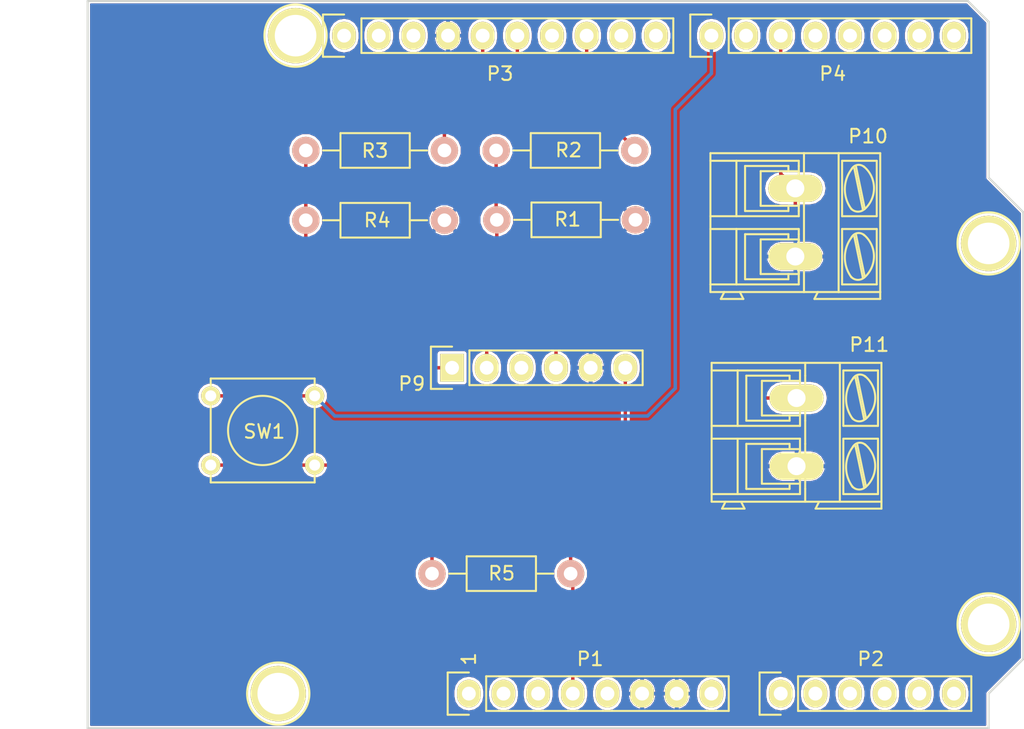
<source format=kicad_pcb>
(kicad_pcb (version 4) (host pcbnew "(2015-06-05 BZR 5717)-product")

  (general
    (links 24)
    (no_connects 2)
    (area 110.922999 72.949999 179.653001 126.440001)
    (thickness 1.6)
    (drawings 27)
    (tracks 43)
    (zones 0)
    (modules 17)
    (nets 37)
  )

  (page A4)
  (title_block
    (date "lun. 30 mars 2015")
  )

  (layers
    (0 F.Cu signal)
    (31 B.Cu signal)
    (32 B.Adhes user)
    (33 F.Adhes user)
    (34 B.Paste user)
    (35 F.Paste user)
    (36 B.SilkS user)
    (37 F.SilkS user)
    (38 B.Mask user)
    (39 F.Mask user)
    (40 Dwgs.User user)
    (41 Cmts.User user)
    (42 Eco1.User user)
    (43 Eco2.User user)
    (44 Edge.Cuts user)
    (45 Margin user)
    (46 B.CrtYd user)
    (47 F.CrtYd user)
    (48 B.Fab user)
    (49 F.Fab user)
  )

  (setup
    (last_trace_width 0.25)
    (trace_clearance 0.2)
    (zone_clearance 0.1)
    (zone_45_only no)
    (trace_min 0.2)
    (segment_width 0.15)
    (edge_width 0.15)
    (via_size 0.6)
    (via_drill 0.4)
    (via_min_size 0.4)
    (via_min_drill 0.3)
    (uvia_size 0.3)
    (uvia_drill 0.1)
    (uvias_allowed no)
    (uvia_min_size 0.2)
    (uvia_min_drill 0.1)
    (pcb_text_width 0.3)
    (pcb_text_size 1.5 1.5)
    (mod_edge_width 0.15)
    (mod_text_size 1 1)
    (mod_text_width 0.15)
    (pad_size 4.064 4.064)
    (pad_drill 3.048)
    (pad_to_mask_clearance 0)
    (aux_axis_origin 110.998 126.365)
    (grid_origin 110.998 126.365)
    (visible_elements 7FFFFFFF)
    (pcbplotparams
      (layerselection 0x00030_80000001)
      (usegerberextensions false)
      (excludeedgelayer true)
      (linewidth 0.100000)
      (plotframeref false)
      (viasonmask false)
      (mode 1)
      (useauxorigin false)
      (hpglpennumber 1)
      (hpglpenspeed 20)
      (hpglpendiameter 15)
      (hpglpenoverlay 2)
      (psnegative false)
      (psa4output false)
      (plotreference true)
      (plotvalue true)
      (plotinvisibletext false)
      (padsonsilk false)
      (subtractmaskfromsilk false)
      (outputformat 1)
      (mirror false)
      (drillshape 1)
      (scaleselection 1)
      (outputdirectory ""))
  )

  (net 0 "")
  (net 1 /IOREF)
  (net 2 /Reset)
  (net 3 +5V)
  (net 4 GND)
  (net 5 /Vin)
  (net 6 /A0)
  (net 7 /A1)
  (net 8 /A2)
  (net 9 /A3)
  (net 10 /AREF)
  (net 11 "/A4(SDA)")
  (net 12 "/A5(SCL)")
  (net 13 "/9(**)")
  (net 14 /8)
  (net 15 "/6(**)")
  (net 16 /4)
  (net 17 "/3(**)")
  (net 18 /2)
  (net 19 "/1(Tx)")
  (net 20 "/0(Rx)")
  (net 21 "Net-(P5-Pad1)")
  (net 22 "Net-(P6-Pad1)")
  (net 23 "Net-(P7-Pad1)")
  (net 24 "Net-(P8-Pad1)")
  (net 25 "Net-(P1-Pad1)")
  (net 26 "/11(**/MOSI)")
  (net 27 +3.3V)
  (net 28 /SCK)
  (net 29 /MISO)
  (net 30 /SS)
  (net 31 "Net-(P9-Pad1)")
  (net 32 "Net-(P9-Pad3)")
  (net 33 "Net-(P9-Pad4)")
  (net 34 /SSR)
  (net 35 "Net-(R5-Pad2)")
  (net 36 /START_STOP)

  (net_class Default "This is the default net class."
    (clearance 0.2)
    (trace_width 0.25)
    (via_dia 0.6)
    (via_drill 0.4)
    (uvia_dia 0.3)
    (uvia_drill 0.1)
    (add_net +3.3V)
    (add_net +5V)
    (add_net "/0(Rx)")
    (add_net "/1(Tx)")
    (add_net "/11(**/MOSI)")
    (add_net /2)
    (add_net "/3(**)")
    (add_net /4)
    (add_net "/6(**)")
    (add_net /8)
    (add_net "/9(**)")
    (add_net /A0)
    (add_net /A1)
    (add_net /A2)
    (add_net /A3)
    (add_net "/A4(SDA)")
    (add_net "/A5(SCL)")
    (add_net /AREF)
    (add_net /IOREF)
    (add_net /MISO)
    (add_net /Reset)
    (add_net /SCK)
    (add_net /SS)
    (add_net /SSR)
    (add_net /START_STOP)
    (add_net /Vin)
    (add_net GND)
    (add_net "Net-(P1-Pad1)")
    (add_net "Net-(P5-Pad1)")
    (add_net "Net-(P6-Pad1)")
    (add_net "Net-(P7-Pad1)")
    (add_net "Net-(P8-Pad1)")
    (add_net "Net-(P9-Pad1)")
    (add_net "Net-(P9-Pad3)")
    (add_net "Net-(P9-Pad4)")
    (add_net "Net-(R5-Pad2)")
  )

  (module Socket_Arduino_Uno:Socket_Strip_Arduino_1x08 locked (layer F.Cu) (tedit 552168D2) (tstamp 551AF9EA)
    (at 138.938 123.825)
    (descr "Through hole socket strip")
    (tags "socket strip")
    (path /5517C2C1)
    (fp_text reference P1 (at 8.89 -2.54) (layer F.SilkS)
      (effects (font (size 1 1) (thickness 0.15)))
    )
    (fp_text value Power (at 8.89 -4.064) (layer F.Fab)
      (effects (font (size 1 1) (thickness 0.15)))
    )
    (fp_line (start -1.75 -1.75) (end -1.75 1.75) (layer F.CrtYd) (width 0.05))
    (fp_line (start 19.55 -1.75) (end 19.55 1.75) (layer F.CrtYd) (width 0.05))
    (fp_line (start -1.75 -1.75) (end 19.55 -1.75) (layer F.CrtYd) (width 0.05))
    (fp_line (start -1.75 1.75) (end 19.55 1.75) (layer F.CrtYd) (width 0.05))
    (fp_line (start 1.27 1.27) (end 19.05 1.27) (layer F.SilkS) (width 0.15))
    (fp_line (start 19.05 1.27) (end 19.05 -1.27) (layer F.SilkS) (width 0.15))
    (fp_line (start 19.05 -1.27) (end 1.27 -1.27) (layer F.SilkS) (width 0.15))
    (fp_line (start -1.55 1.55) (end 0 1.55) (layer F.SilkS) (width 0.15))
    (fp_line (start 1.27 1.27) (end 1.27 -1.27) (layer F.SilkS) (width 0.15))
    (fp_line (start 0 -1.55) (end -1.55 -1.55) (layer F.SilkS) (width 0.15))
    (fp_line (start -1.55 -1.55) (end -1.55 1.55) (layer F.SilkS) (width 0.15))
    (pad 1 thru_hole oval (at 0 0) (size 1.7272 2.032) (drill 1.016) (layers *.Cu *.Mask F.SilkS)
      (net 25 "Net-(P1-Pad1)"))
    (pad 2 thru_hole oval (at 2.54 0) (size 1.7272 2.032) (drill 1.016) (layers *.Cu *.Mask F.SilkS)
      (net 1 /IOREF))
    (pad 3 thru_hole oval (at 5.08 0) (size 1.7272 2.032) (drill 1.016) (layers *.Cu *.Mask F.SilkS)
      (net 2 /Reset))
    (pad 4 thru_hole oval (at 7.62 0) (size 1.7272 2.032) (drill 1.016) (layers *.Cu *.Mask F.SilkS)
      (net 27 +3.3V))
    (pad 5 thru_hole oval (at 10.16 0) (size 1.7272 2.032) (drill 1.016) (layers *.Cu *.Mask F.SilkS)
      (net 3 +5V))
    (pad 6 thru_hole oval (at 12.7 0) (size 1.7272 2.032) (drill 1.016) (layers *.Cu *.Mask F.SilkS)
      (net 4 GND))
    (pad 7 thru_hole oval (at 15.24 0) (size 1.7272 2.032) (drill 1.016) (layers *.Cu *.Mask F.SilkS)
      (net 4 GND))
    (pad 8 thru_hole oval (at 17.78 0) (size 1.7272 2.032) (drill 1.016) (layers *.Cu *.Mask F.SilkS)
      (net 5 /Vin))
    (model ${KIPRJMOD}/Socket_Arduino_Uno.3dshapes/Socket_header_Arduino_1x08.wrl
      (at (xyz 0.35 0 0))
      (scale (xyz 1 1 1))
      (rotate (xyz 0 0 180))
    )
  )

  (module Socket_Arduino_Uno:Socket_Strip_Arduino_1x06 locked (layer F.Cu) (tedit 552168D6) (tstamp 551AF9FF)
    (at 161.798 123.825)
    (descr "Through hole socket strip")
    (tags "socket strip")
    (path /5517C323)
    (fp_text reference P2 (at 6.604 -2.54) (layer F.SilkS)
      (effects (font (size 1 1) (thickness 0.15)))
    )
    (fp_text value Analog (at 6.604 -4.064) (layer F.Fab)
      (effects (font (size 1 1) (thickness 0.15)))
    )
    (fp_line (start -1.75 -1.75) (end -1.75 1.75) (layer F.CrtYd) (width 0.05))
    (fp_line (start 14.45 -1.75) (end 14.45 1.75) (layer F.CrtYd) (width 0.05))
    (fp_line (start -1.75 -1.75) (end 14.45 -1.75) (layer F.CrtYd) (width 0.05))
    (fp_line (start -1.75 1.75) (end 14.45 1.75) (layer F.CrtYd) (width 0.05))
    (fp_line (start 1.27 1.27) (end 13.97 1.27) (layer F.SilkS) (width 0.15))
    (fp_line (start 13.97 1.27) (end 13.97 -1.27) (layer F.SilkS) (width 0.15))
    (fp_line (start 13.97 -1.27) (end 1.27 -1.27) (layer F.SilkS) (width 0.15))
    (fp_line (start -1.55 1.55) (end 0 1.55) (layer F.SilkS) (width 0.15))
    (fp_line (start 1.27 1.27) (end 1.27 -1.27) (layer F.SilkS) (width 0.15))
    (fp_line (start 0 -1.55) (end -1.55 -1.55) (layer F.SilkS) (width 0.15))
    (fp_line (start -1.55 -1.55) (end -1.55 1.55) (layer F.SilkS) (width 0.15))
    (pad 1 thru_hole oval (at 0 0) (size 1.7272 2.032) (drill 1.016) (layers *.Cu *.Mask F.SilkS)
      (net 6 /A0))
    (pad 2 thru_hole oval (at 2.54 0) (size 1.7272 2.032) (drill 1.016) (layers *.Cu *.Mask F.SilkS)
      (net 7 /A1))
    (pad 3 thru_hole oval (at 5.08 0) (size 1.7272 2.032) (drill 1.016) (layers *.Cu *.Mask F.SilkS)
      (net 8 /A2))
    (pad 4 thru_hole oval (at 7.62 0) (size 1.7272 2.032) (drill 1.016) (layers *.Cu *.Mask F.SilkS)
      (net 9 /A3))
    (pad 5 thru_hole oval (at 10.16 0) (size 1.7272 2.032) (drill 1.016) (layers *.Cu *.Mask F.SilkS)
      (net 11 "/A4(SDA)"))
    (pad 6 thru_hole oval (at 12.7 0) (size 1.7272 2.032) (drill 1.016) (layers *.Cu *.Mask F.SilkS)
      (net 12 "/A5(SCL)"))
    (model ${KIPRJMOD}/Socket_Arduino_Uno.3dshapes/Socket_header_Arduino_1x06.wrl
      (at (xyz 0.25 0 0))
      (scale (xyz 1 1 1))
      (rotate (xyz 0 0 180))
    )
  )

  (module Socket_Arduino_Uno:Socket_Strip_Arduino_1x10 locked (layer F.Cu) (tedit 552168BF) (tstamp 551AFA18)
    (at 129.794 75.565)
    (descr "Through hole socket strip")
    (tags "socket strip")
    (path /5517C46C)
    (fp_text reference P3 (at 11.43 2.794) (layer F.SilkS)
      (effects (font (size 1 1) (thickness 0.15)))
    )
    (fp_text value Digital (at 11.43 4.318) (layer F.Fab)
      (effects (font (size 1 1) (thickness 0.15)))
    )
    (fp_line (start -1.75 -1.75) (end -1.75 1.75) (layer F.CrtYd) (width 0.05))
    (fp_line (start 24.65 -1.75) (end 24.65 1.75) (layer F.CrtYd) (width 0.05))
    (fp_line (start -1.75 -1.75) (end 24.65 -1.75) (layer F.CrtYd) (width 0.05))
    (fp_line (start -1.75 1.75) (end 24.65 1.75) (layer F.CrtYd) (width 0.05))
    (fp_line (start 1.27 1.27) (end 24.13 1.27) (layer F.SilkS) (width 0.15))
    (fp_line (start 24.13 1.27) (end 24.13 -1.27) (layer F.SilkS) (width 0.15))
    (fp_line (start 24.13 -1.27) (end 1.27 -1.27) (layer F.SilkS) (width 0.15))
    (fp_line (start -1.55 1.55) (end 0 1.55) (layer F.SilkS) (width 0.15))
    (fp_line (start 1.27 1.27) (end 1.27 -1.27) (layer F.SilkS) (width 0.15))
    (fp_line (start 0 -1.55) (end -1.55 -1.55) (layer F.SilkS) (width 0.15))
    (fp_line (start -1.55 -1.55) (end -1.55 1.55) (layer F.SilkS) (width 0.15))
    (pad 1 thru_hole oval (at 0 0) (size 1.7272 2.032) (drill 1.016) (layers *.Cu *.Mask F.SilkS)
      (net 12 "/A5(SCL)"))
    (pad 2 thru_hole oval (at 2.54 0) (size 1.7272 2.032) (drill 1.016) (layers *.Cu *.Mask F.SilkS)
      (net 11 "/A4(SDA)"))
    (pad 3 thru_hole oval (at 5.08 0) (size 1.7272 2.032) (drill 1.016) (layers *.Cu *.Mask F.SilkS)
      (net 10 /AREF))
    (pad 4 thru_hole oval (at 7.62 0) (size 1.7272 2.032) (drill 1.016) (layers *.Cu *.Mask F.SilkS)
      (net 4 GND))
    (pad 5 thru_hole oval (at 10.16 0) (size 1.7272 2.032) (drill 1.016) (layers *.Cu *.Mask F.SilkS)
      (net 28 /SCK))
    (pad 6 thru_hole oval (at 12.7 0) (size 1.7272 2.032) (drill 1.016) (layers *.Cu *.Mask F.SilkS)
      (net 29 /MISO))
    (pad 7 thru_hole oval (at 15.24 0) (size 1.7272 2.032) (drill 1.016) (layers *.Cu *.Mask F.SilkS)
      (net 26 "/11(**/MOSI)"))
    (pad 8 thru_hole oval (at 17.78 0) (size 1.7272 2.032) (drill 1.016) (layers *.Cu *.Mask F.SilkS)
      (net 30 /SS))
    (pad 9 thru_hole oval (at 20.32 0) (size 1.7272 2.032) (drill 1.016) (layers *.Cu *.Mask F.SilkS)
      (net 13 "/9(**)"))
    (pad 10 thru_hole oval (at 22.86 0) (size 1.7272 2.032) (drill 1.016) (layers *.Cu *.Mask F.SilkS)
      (net 14 /8))
    (model ${KIPRJMOD}/Socket_Arduino_Uno.3dshapes/Socket_header_Arduino_1x10.wrl
      (at (xyz 0.45 0 0))
      (scale (xyz 1 1 1))
      (rotate (xyz 0 0 180))
    )
  )

  (module Socket_Arduino_Uno:Socket_Strip_Arduino_1x08 locked (layer F.Cu) (tedit 552168C7) (tstamp 551AFA2F)
    (at 156.718 75.565)
    (descr "Through hole socket strip")
    (tags "socket strip")
    (path /5517C366)
    (fp_text reference P4 (at 8.89 2.794) (layer F.SilkS)
      (effects (font (size 1 1) (thickness 0.15)))
    )
    (fp_text value Digital (at 8.89 4.318) (layer F.Fab)
      (effects (font (size 1 1) (thickness 0.15)))
    )
    (fp_line (start -1.75 -1.75) (end -1.75 1.75) (layer F.CrtYd) (width 0.05))
    (fp_line (start 19.55 -1.75) (end 19.55 1.75) (layer F.CrtYd) (width 0.05))
    (fp_line (start -1.75 -1.75) (end 19.55 -1.75) (layer F.CrtYd) (width 0.05))
    (fp_line (start -1.75 1.75) (end 19.55 1.75) (layer F.CrtYd) (width 0.05))
    (fp_line (start 1.27 1.27) (end 19.05 1.27) (layer F.SilkS) (width 0.15))
    (fp_line (start 19.05 1.27) (end 19.05 -1.27) (layer F.SilkS) (width 0.15))
    (fp_line (start 19.05 -1.27) (end 1.27 -1.27) (layer F.SilkS) (width 0.15))
    (fp_line (start -1.55 1.55) (end 0 1.55) (layer F.SilkS) (width 0.15))
    (fp_line (start 1.27 1.27) (end 1.27 -1.27) (layer F.SilkS) (width 0.15))
    (fp_line (start 0 -1.55) (end -1.55 -1.55) (layer F.SilkS) (width 0.15))
    (fp_line (start -1.55 -1.55) (end -1.55 1.55) (layer F.SilkS) (width 0.15))
    (pad 1 thru_hole oval (at 0 0) (size 1.7272 2.032) (drill 1.016) (layers *.Cu *.Mask F.SilkS)
      (net 36 /START_STOP))
    (pad 2 thru_hole oval (at 2.54 0) (size 1.7272 2.032) (drill 1.016) (layers *.Cu *.Mask F.SilkS)
      (net 15 "/6(**)"))
    (pad 3 thru_hole oval (at 5.08 0) (size 1.7272 2.032) (drill 1.016) (layers *.Cu *.Mask F.SilkS)
      (net 34 /SSR))
    (pad 4 thru_hole oval (at 7.62 0) (size 1.7272 2.032) (drill 1.016) (layers *.Cu *.Mask F.SilkS)
      (net 16 /4))
    (pad 5 thru_hole oval (at 10.16 0) (size 1.7272 2.032) (drill 1.016) (layers *.Cu *.Mask F.SilkS)
      (net 17 "/3(**)"))
    (pad 6 thru_hole oval (at 12.7 0) (size 1.7272 2.032) (drill 1.016) (layers *.Cu *.Mask F.SilkS)
      (net 18 /2))
    (pad 7 thru_hole oval (at 15.24 0) (size 1.7272 2.032) (drill 1.016) (layers *.Cu *.Mask F.SilkS)
      (net 19 "/1(Tx)"))
    (pad 8 thru_hole oval (at 17.78 0) (size 1.7272 2.032) (drill 1.016) (layers *.Cu *.Mask F.SilkS)
      (net 20 "/0(Rx)"))
    (model ${KIPRJMOD}/Socket_Arduino_Uno.3dshapes/Socket_header_Arduino_1x08.wrl
      (at (xyz 0.35 0 0))
      (scale (xyz 1 1 1))
      (rotate (xyz 0 0 180))
    )
  )

  (module Socket_Arduino_Uno:Arduino_1pin locked (layer F.Cu) (tedit 5524FC39) (tstamp 5524FC3F)
    (at 124.968 123.825)
    (descr "module 1 pin (ou trou mecanique de percage)")
    (tags DEV)
    (path /551BBC06)
    (fp_text reference P5 (at 0 -3.048) (layer F.SilkS) hide
      (effects (font (size 1 1) (thickness 0.15)))
    )
    (fp_text value CONN_1 (at 0 2.794) (layer F.Fab) hide
      (effects (font (size 1 1) (thickness 0.15)))
    )
    (fp_circle (center 0 0) (end 0 -2.286) (layer F.SilkS) (width 0.15))
    (pad 1 thru_hole circle (at 0 0) (size 4.064 4.064) (drill 3.048) (layers *.Cu *.Mask F.SilkS)
      (net 21 "Net-(P5-Pad1)"))
  )

  (module Socket_Arduino_Uno:Arduino_1pin locked (layer F.Cu) (tedit 5524FC4A) (tstamp 5524FC44)
    (at 177.038 118.745)
    (descr "module 1 pin (ou trou mecanique de percage)")
    (tags DEV)
    (path /551BBD10)
    (fp_text reference P6 (at 0 -3.048) (layer F.SilkS) hide
      (effects (font (size 1 1) (thickness 0.15)))
    )
    (fp_text value CONN_1 (at 0 2.794) (layer F.Fab) hide
      (effects (font (size 1 1) (thickness 0.15)))
    )
    (fp_circle (center 0 0) (end 0 -2.286) (layer F.SilkS) (width 0.15))
    (pad 1 thru_hole circle (at 0 0) (size 4.064 4.064) (drill 3.048) (layers *.Cu *.Mask F.SilkS)
      (net 22 "Net-(P6-Pad1)"))
  )

  (module Socket_Arduino_Uno:Arduino_1pin locked (layer F.Cu) (tedit 5524FC2F) (tstamp 5524FC49)
    (at 126.238 75.565)
    (descr "module 1 pin (ou trou mecanique de percage)")
    (tags DEV)
    (path /551BBD30)
    (fp_text reference P7 (at 0 -3.048) (layer F.SilkS) hide
      (effects (font (size 1 1) (thickness 0.15)))
    )
    (fp_text value CONN_1 (at 0 2.794) (layer F.Fab) hide
      (effects (font (size 1 1) (thickness 0.15)))
    )
    (fp_circle (center 0 0) (end 0 -2.286) (layer F.SilkS) (width 0.15))
    (pad 1 thru_hole circle (at 0 0) (size 4.064 4.064) (drill 3.048) (layers *.Cu *.Mask F.SilkS)
      (net 23 "Net-(P7-Pad1)"))
  )

  (module Socket_Arduino_Uno:Arduino_1pin locked (layer F.Cu) (tedit 5524FC41) (tstamp 5524FC4E)
    (at 177.038 90.805)
    (descr "module 1 pin (ou trou mecanique de percage)")
    (tags DEV)
    (path /551BBD52)
    (fp_text reference P8 (at 0 -3.048) (layer F.SilkS) hide
      (effects (font (size 1 1) (thickness 0.15)))
    )
    (fp_text value CONN_1 (at 0 2.794) (layer F.Fab) hide
      (effects (font (size 1 1) (thickness 0.15)))
    )
    (fp_circle (center 0 0) (end 0 -2.286) (layer F.SilkS) (width 0.15))
    (pad 1 thru_hole circle (at 0 0) (size 4.064 4.064) (drill 3.048) (layers *.Cu *.Mask F.SilkS)
      (net 24 "Net-(P8-Pad1)"))
  )

  (module Socket_Strips:Socket_Strip_Straight_1x06 (layer F.Cu) (tedit 55811C5D) (tstamp 557196F9)
    (at 137.708 99.925)
    (descr "Through hole socket strip")
    (tags "socket strip")
    (path /55718D7E)
    (fp_text reference P9 (at -2.95 1.17) (layer F.SilkS)
      (effects (font (size 1 1) (thickness 0.15)))
    )
    (fp_text value "type K thermocouple" (at 2.54 -2.31) (layer F.Fab)
      (effects (font (size 1 1) (thickness 0.15)))
    )
    (fp_line (start -1.75 -1.75) (end -1.75 1.75) (layer F.CrtYd) (width 0.05))
    (fp_line (start 14.45 -1.75) (end 14.45 1.75) (layer F.CrtYd) (width 0.05))
    (fp_line (start -1.75 -1.75) (end 14.45 -1.75) (layer F.CrtYd) (width 0.05))
    (fp_line (start -1.75 1.75) (end 14.45 1.75) (layer F.CrtYd) (width 0.05))
    (fp_line (start 1.27 1.27) (end 13.97 1.27) (layer F.SilkS) (width 0.15))
    (fp_line (start 13.97 1.27) (end 13.97 -1.27) (layer F.SilkS) (width 0.15))
    (fp_line (start 13.97 -1.27) (end 1.27 -1.27) (layer F.SilkS) (width 0.15))
    (fp_line (start -1.55 1.55) (end 0 1.55) (layer F.SilkS) (width 0.15))
    (fp_line (start 1.27 1.27) (end 1.27 -1.27) (layer F.SilkS) (width 0.15))
    (fp_line (start 0 -1.55) (end -1.55 -1.55) (layer F.SilkS) (width 0.15))
    (fp_line (start -1.55 -1.55) (end -1.55 1.55) (layer F.SilkS) (width 0.15))
    (pad 1 thru_hole rect (at 0 0) (size 1.7272 2.032) (drill 1.016) (layers *.Cu *.Mask F.SilkS)
      (net 31 "Net-(P9-Pad1)"))
    (pad 2 thru_hole oval (at 2.54 0) (size 1.7272 2.032) (drill 1.016) (layers *.Cu *.Mask F.SilkS)
      (net 29 /MISO))
    (pad 3 thru_hole oval (at 5.08 0) (size 1.7272 2.032) (drill 1.016) (layers *.Cu *.Mask F.SilkS)
      (net 32 "Net-(P9-Pad3)"))
    (pad 4 thru_hole oval (at 7.62 0) (size 1.7272 2.032) (drill 1.016) (layers *.Cu *.Mask F.SilkS)
      (net 33 "Net-(P9-Pad4)"))
    (pad 5 thru_hole oval (at 10.16 0) (size 1.7272 2.032) (drill 1.016) (layers *.Cu *.Mask F.SilkS)
      (net 4 GND))
    (pad 6 thru_hole oval (at 12.7 0) (size 1.7272 2.032) (drill 1.016) (layers *.Cu *.Mask F.SilkS)
      (net 27 +3.3V))
    (model Socket_Strips.3dshapes/Socket_Strip_Straight_1x06.wrl
      (at (xyz 0.25 0 0))
      (scale (xyz 1 1 1))
      (rotate (xyz 0 0 180))
    )
  )

  (module Connect:AK300-2 (layer F.Cu) (tedit 55719A8E) (tstamp 55719754)
    (at 162.868 86.765 270)
    (descr CONNECTOR)
    (tags CONNECTOR)
    (path /557195FD)
    (attr virtual)
    (fp_text reference P10 (at -3.82 -5.33 360) (layer F.SilkS)
      (effects (font (size 1 1) (thickness 0.15)))
    )
    (fp_text value SSR (at 2.779 7.747 270) (layer F.Fab)
      (effects (font (size 1 1) (thickness 0.15)))
    )
    (fp_line (start 8.363 -6.473) (end -2.83 -6.473) (layer F.CrtYd) (width 0.05))
    (fp_line (start 8.363 6.473) (end 8.363 -6.473) (layer F.CrtYd) (width 0.05))
    (fp_line (start -2.83 6.473) (end 8.363 6.473) (layer F.CrtYd) (width 0.05))
    (fp_line (start -2.83 -6.473) (end -2.83 6.473) (layer F.CrtYd) (width 0.05))
    (fp_line (start -1.2596 2.54) (end 1.2804 2.54) (layer F.SilkS) (width 0.15))
    (fp_line (start 1.2804 2.54) (end 1.2804 -0.254) (layer F.SilkS) (width 0.15))
    (fp_line (start -1.2596 -0.254) (end 1.2804 -0.254) (layer F.SilkS) (width 0.15))
    (fp_line (start -1.2596 2.54) (end -1.2596 -0.254) (layer F.SilkS) (width 0.15))
    (fp_line (start 3.7442 2.54) (end 6.2842 2.54) (layer F.SilkS) (width 0.15))
    (fp_line (start 6.2842 2.54) (end 6.2842 -0.254) (layer F.SilkS) (width 0.15))
    (fp_line (start 3.7442 -0.254) (end 6.2842 -0.254) (layer F.SilkS) (width 0.15))
    (fp_line (start 3.7442 2.54) (end 3.7442 -0.254) (layer F.SilkS) (width 0.15))
    (fp_line (start 7.605 -6.223) (end 7.605 -3.175) (layer F.SilkS) (width 0.15))
    (fp_line (start 7.605 -6.223) (end -2.58 -6.223) (layer F.SilkS) (width 0.15))
    (fp_line (start 7.605 -6.223) (end 8.113 -6.223) (layer F.SilkS) (width 0.15))
    (fp_line (start 8.113 -6.223) (end 8.113 -1.397) (layer F.SilkS) (width 0.15))
    (fp_line (start 8.113 -1.397) (end 7.605 -1.651) (layer F.SilkS) (width 0.15))
    (fp_line (start 8.113 5.461) (end 7.605 5.207) (layer F.SilkS) (width 0.15))
    (fp_line (start 7.605 5.207) (end 7.605 6.223) (layer F.SilkS) (width 0.15))
    (fp_line (start 8.113 3.81) (end 7.605 4.064) (layer F.SilkS) (width 0.15))
    (fp_line (start 7.605 4.064) (end 7.605 5.207) (layer F.SilkS) (width 0.15))
    (fp_line (start 8.113 3.81) (end 8.113 5.461) (layer F.SilkS) (width 0.15))
    (fp_line (start 2.9822 6.223) (end 2.9822 4.318) (layer F.SilkS) (width 0.15))
    (fp_line (start 7.0462 -0.254) (end 7.0462 4.318) (layer F.SilkS) (width 0.15))
    (fp_line (start 2.9822 6.223) (end 7.0462 6.223) (layer F.SilkS) (width 0.15))
    (fp_line (start 7.0462 6.223) (end 7.605 6.223) (layer F.SilkS) (width 0.15))
    (fp_line (start 2.0424 6.223) (end 2.0424 4.318) (layer F.SilkS) (width 0.15))
    (fp_line (start 2.0424 6.223) (end 2.9822 6.223) (layer F.SilkS) (width 0.15))
    (fp_line (start -2.0216 -0.254) (end -2.0216 4.318) (layer F.SilkS) (width 0.15))
    (fp_line (start -2.58 6.223) (end -2.0216 6.223) (layer F.SilkS) (width 0.15))
    (fp_line (start -2.0216 6.223) (end 2.0424 6.223) (layer F.SilkS) (width 0.15))
    (fp_line (start 2.9822 4.318) (end 7.0462 4.318) (layer F.SilkS) (width 0.15))
    (fp_line (start 2.9822 4.318) (end 2.9822 -0.254) (layer F.SilkS) (width 0.15))
    (fp_line (start 7.0462 4.318) (end 7.0462 6.223) (layer F.SilkS) (width 0.15))
    (fp_line (start 2.0424 4.318) (end -2.0216 4.318) (layer F.SilkS) (width 0.15))
    (fp_line (start 2.0424 4.318) (end 2.0424 -0.254) (layer F.SilkS) (width 0.15))
    (fp_line (start -2.0216 4.318) (end -2.0216 6.223) (layer F.SilkS) (width 0.15))
    (fp_line (start 6.6652 3.683) (end 6.6652 0.508) (layer F.SilkS) (width 0.15))
    (fp_line (start 6.6652 3.683) (end 3.3632 3.683) (layer F.SilkS) (width 0.15))
    (fp_line (start 3.3632 3.683) (end 3.3632 0.508) (layer F.SilkS) (width 0.15))
    (fp_line (start 1.6614 3.683) (end 1.6614 0.508) (layer F.SilkS) (width 0.15))
    (fp_line (start 1.6614 3.683) (end -1.6406 3.683) (layer F.SilkS) (width 0.15))
    (fp_line (start -1.6406 3.683) (end -1.6406 0.508) (layer F.SilkS) (width 0.15))
    (fp_line (start -1.6406 0.508) (end -1.2596 0.508) (layer F.SilkS) (width 0.15))
    (fp_line (start 1.6614 0.508) (end 1.2804 0.508) (layer F.SilkS) (width 0.15))
    (fp_line (start 3.3632 0.508) (end 3.7442 0.508) (layer F.SilkS) (width 0.15))
    (fp_line (start 6.6652 0.508) (end 6.2842 0.508) (layer F.SilkS) (width 0.15))
    (fp_line (start -2.58 6.223) (end -2.58 -0.635) (layer F.SilkS) (width 0.15))
    (fp_line (start -2.58 -0.635) (end -2.58 -3.175) (layer F.SilkS) (width 0.15))
    (fp_line (start 7.605 -1.651) (end 7.605 -0.635) (layer F.SilkS) (width 0.15))
    (fp_line (start 7.605 -0.635) (end 7.605 4.064) (layer F.SilkS) (width 0.15))
    (fp_line (start -2.58 -3.175) (end 7.605 -3.175) (layer F.SilkS) (width 0.15))
    (fp_line (start -2.58 -3.175) (end -2.58 -6.223) (layer F.SilkS) (width 0.15))
    (fp_line (start 7.605 -3.175) (end 7.605 -1.651) (layer F.SilkS) (width 0.15))
    (fp_line (start 2.9822 -3.429) (end 2.9822 -5.969) (layer F.SilkS) (width 0.15))
    (fp_line (start 2.9822 -5.969) (end 7.0462 -5.969) (layer F.SilkS) (width 0.15))
    (fp_line (start 7.0462 -5.969) (end 7.0462 -3.429) (layer F.SilkS) (width 0.15))
    (fp_line (start 7.0462 -3.429) (end 2.9822 -3.429) (layer F.SilkS) (width 0.15))
    (fp_line (start 2.0424 -3.429) (end 2.0424 -5.969) (layer F.SilkS) (width 0.15))
    (fp_line (start 2.0424 -3.429) (end -2.0216 -3.429) (layer F.SilkS) (width 0.15))
    (fp_line (start -2.0216 -3.429) (end -2.0216 -5.969) (layer F.SilkS) (width 0.15))
    (fp_line (start 2.0424 -5.969) (end -2.0216 -5.969) (layer F.SilkS) (width 0.15))
    (fp_line (start 3.3886 -4.445) (end 6.4366 -5.08) (layer F.SilkS) (width 0.15))
    (fp_line (start 3.5156 -4.318) (end 6.5636 -4.953) (layer F.SilkS) (width 0.15))
    (fp_line (start -1.6152 -4.445) (end 1.43534 -5.08) (layer F.SilkS) (width 0.15))
    (fp_line (start -1.4882 -4.318) (end 1.5598 -4.953) (layer F.SilkS) (width 0.15))
    (fp_line (start -2.0216 -0.254) (end -1.6406 -0.254) (layer F.SilkS) (width 0.15))
    (fp_line (start 2.0424 -0.254) (end 1.6614 -0.254) (layer F.SilkS) (width 0.15))
    (fp_line (start 1.6614 -0.254) (end -1.6406 -0.254) (layer F.SilkS) (width 0.15))
    (fp_line (start -2.58 -0.635) (end -1.6406 -0.635) (layer F.SilkS) (width 0.15))
    (fp_line (start -1.6406 -0.635) (end 1.6614 -0.635) (layer F.SilkS) (width 0.15))
    (fp_line (start 1.6614 -0.635) (end 3.3632 -0.635) (layer F.SilkS) (width 0.15))
    (fp_line (start 7.605 -0.635) (end 6.6652 -0.635) (layer F.SilkS) (width 0.15))
    (fp_line (start 6.6652 -0.635) (end 3.3632 -0.635) (layer F.SilkS) (width 0.15))
    (fp_line (start 7.0462 -0.254) (end 6.6652 -0.254) (layer F.SilkS) (width 0.15))
    (fp_line (start 2.9822 -0.254) (end 3.3632 -0.254) (layer F.SilkS) (width 0.15))
    (fp_line (start 3.3632 -0.254) (end 6.6652 -0.254) (layer F.SilkS) (width 0.15))
    (fp_arc (start 6.0302 -4.59486) (end 6.53566 -5.05206) (angle 90.5) (layer F.SilkS) (width 0.15))
    (fp_arc (start 5.065 -6.0706) (end 6.52804 -4.11734) (angle 75.5) (layer F.SilkS) (width 0.15))
    (fp_arc (start 4.98626 -3.7084) (end 3.3886 -5.0038) (angle 100) (layer F.SilkS) (width 0.15))
    (fp_arc (start 3.8712 -4.64566) (end 3.58164 -4.1275) (angle 104.2) (layer F.SilkS) (width 0.15))
    (fp_arc (start 1.0264 -4.59486) (end 1.5344 -5.05206) (angle 90.5) (layer F.SilkS) (width 0.15))
    (fp_arc (start 0.06374 -6.0706) (end 1.52678 -4.11734) (angle 75.5) (layer F.SilkS) (width 0.15))
    (fp_arc (start -0.01246 -3.7084) (end -1.6152 -5.0038) (angle 100) (layer F.SilkS) (width 0.15))
    (fp_arc (start -1.1326 -4.64566) (end -1.41962 -4.1275) (angle 104.2) (layer F.SilkS) (width 0.15))
    (pad 1 thru_hole oval (at 0 0 270) (size 1.9812 3.9624) (drill 1.3208) (layers *.Cu F.Paste F.SilkS F.Mask)
      (net 34 /SSR))
    (pad 2 thru_hole oval (at 5 0 270) (size 1.9812 3.9624) (drill 1.3208) (layers *.Cu F.Paste F.SilkS F.Mask)
      (net 4 GND))
  )

  (module Connect:AK300-2 (layer F.Cu) (tedit 55719A92) (tstamp 557197AF)
    (at 162.958 102.145 270)
    (descr CONNECTOR)
    (tags CONNECTOR)
    (path /5571976E)
    (attr virtual)
    (fp_text reference P11 (at -3.91 -5.33 360) (layer F.SilkS)
      (effects (font (size 1 1) (thickness 0.15)))
    )
    (fp_text value SSR (at 2.779 7.747 270) (layer F.Fab)
      (effects (font (size 1 1) (thickness 0.15)))
    )
    (fp_line (start 8.363 -6.473) (end -2.83 -6.473) (layer F.CrtYd) (width 0.05))
    (fp_line (start 8.363 6.473) (end 8.363 -6.473) (layer F.CrtYd) (width 0.05))
    (fp_line (start -2.83 6.473) (end 8.363 6.473) (layer F.CrtYd) (width 0.05))
    (fp_line (start -2.83 -6.473) (end -2.83 6.473) (layer F.CrtYd) (width 0.05))
    (fp_line (start -1.2596 2.54) (end 1.2804 2.54) (layer F.SilkS) (width 0.15))
    (fp_line (start 1.2804 2.54) (end 1.2804 -0.254) (layer F.SilkS) (width 0.15))
    (fp_line (start -1.2596 -0.254) (end 1.2804 -0.254) (layer F.SilkS) (width 0.15))
    (fp_line (start -1.2596 2.54) (end -1.2596 -0.254) (layer F.SilkS) (width 0.15))
    (fp_line (start 3.7442 2.54) (end 6.2842 2.54) (layer F.SilkS) (width 0.15))
    (fp_line (start 6.2842 2.54) (end 6.2842 -0.254) (layer F.SilkS) (width 0.15))
    (fp_line (start 3.7442 -0.254) (end 6.2842 -0.254) (layer F.SilkS) (width 0.15))
    (fp_line (start 3.7442 2.54) (end 3.7442 -0.254) (layer F.SilkS) (width 0.15))
    (fp_line (start 7.605 -6.223) (end 7.605 -3.175) (layer F.SilkS) (width 0.15))
    (fp_line (start 7.605 -6.223) (end -2.58 -6.223) (layer F.SilkS) (width 0.15))
    (fp_line (start 7.605 -6.223) (end 8.113 -6.223) (layer F.SilkS) (width 0.15))
    (fp_line (start 8.113 -6.223) (end 8.113 -1.397) (layer F.SilkS) (width 0.15))
    (fp_line (start 8.113 -1.397) (end 7.605 -1.651) (layer F.SilkS) (width 0.15))
    (fp_line (start 8.113 5.461) (end 7.605 5.207) (layer F.SilkS) (width 0.15))
    (fp_line (start 7.605 5.207) (end 7.605 6.223) (layer F.SilkS) (width 0.15))
    (fp_line (start 8.113 3.81) (end 7.605 4.064) (layer F.SilkS) (width 0.15))
    (fp_line (start 7.605 4.064) (end 7.605 5.207) (layer F.SilkS) (width 0.15))
    (fp_line (start 8.113 3.81) (end 8.113 5.461) (layer F.SilkS) (width 0.15))
    (fp_line (start 2.9822 6.223) (end 2.9822 4.318) (layer F.SilkS) (width 0.15))
    (fp_line (start 7.0462 -0.254) (end 7.0462 4.318) (layer F.SilkS) (width 0.15))
    (fp_line (start 2.9822 6.223) (end 7.0462 6.223) (layer F.SilkS) (width 0.15))
    (fp_line (start 7.0462 6.223) (end 7.605 6.223) (layer F.SilkS) (width 0.15))
    (fp_line (start 2.0424 6.223) (end 2.0424 4.318) (layer F.SilkS) (width 0.15))
    (fp_line (start 2.0424 6.223) (end 2.9822 6.223) (layer F.SilkS) (width 0.15))
    (fp_line (start -2.0216 -0.254) (end -2.0216 4.318) (layer F.SilkS) (width 0.15))
    (fp_line (start -2.58 6.223) (end -2.0216 6.223) (layer F.SilkS) (width 0.15))
    (fp_line (start -2.0216 6.223) (end 2.0424 6.223) (layer F.SilkS) (width 0.15))
    (fp_line (start 2.9822 4.318) (end 7.0462 4.318) (layer F.SilkS) (width 0.15))
    (fp_line (start 2.9822 4.318) (end 2.9822 -0.254) (layer F.SilkS) (width 0.15))
    (fp_line (start 7.0462 4.318) (end 7.0462 6.223) (layer F.SilkS) (width 0.15))
    (fp_line (start 2.0424 4.318) (end -2.0216 4.318) (layer F.SilkS) (width 0.15))
    (fp_line (start 2.0424 4.318) (end 2.0424 -0.254) (layer F.SilkS) (width 0.15))
    (fp_line (start -2.0216 4.318) (end -2.0216 6.223) (layer F.SilkS) (width 0.15))
    (fp_line (start 6.6652 3.683) (end 6.6652 0.508) (layer F.SilkS) (width 0.15))
    (fp_line (start 6.6652 3.683) (end 3.3632 3.683) (layer F.SilkS) (width 0.15))
    (fp_line (start 3.3632 3.683) (end 3.3632 0.508) (layer F.SilkS) (width 0.15))
    (fp_line (start 1.6614 3.683) (end 1.6614 0.508) (layer F.SilkS) (width 0.15))
    (fp_line (start 1.6614 3.683) (end -1.6406 3.683) (layer F.SilkS) (width 0.15))
    (fp_line (start -1.6406 3.683) (end -1.6406 0.508) (layer F.SilkS) (width 0.15))
    (fp_line (start -1.6406 0.508) (end -1.2596 0.508) (layer F.SilkS) (width 0.15))
    (fp_line (start 1.6614 0.508) (end 1.2804 0.508) (layer F.SilkS) (width 0.15))
    (fp_line (start 3.3632 0.508) (end 3.7442 0.508) (layer F.SilkS) (width 0.15))
    (fp_line (start 6.6652 0.508) (end 6.2842 0.508) (layer F.SilkS) (width 0.15))
    (fp_line (start -2.58 6.223) (end -2.58 -0.635) (layer F.SilkS) (width 0.15))
    (fp_line (start -2.58 -0.635) (end -2.58 -3.175) (layer F.SilkS) (width 0.15))
    (fp_line (start 7.605 -1.651) (end 7.605 -0.635) (layer F.SilkS) (width 0.15))
    (fp_line (start 7.605 -0.635) (end 7.605 4.064) (layer F.SilkS) (width 0.15))
    (fp_line (start -2.58 -3.175) (end 7.605 -3.175) (layer F.SilkS) (width 0.15))
    (fp_line (start -2.58 -3.175) (end -2.58 -6.223) (layer F.SilkS) (width 0.15))
    (fp_line (start 7.605 -3.175) (end 7.605 -1.651) (layer F.SilkS) (width 0.15))
    (fp_line (start 2.9822 -3.429) (end 2.9822 -5.969) (layer F.SilkS) (width 0.15))
    (fp_line (start 2.9822 -5.969) (end 7.0462 -5.969) (layer F.SilkS) (width 0.15))
    (fp_line (start 7.0462 -5.969) (end 7.0462 -3.429) (layer F.SilkS) (width 0.15))
    (fp_line (start 7.0462 -3.429) (end 2.9822 -3.429) (layer F.SilkS) (width 0.15))
    (fp_line (start 2.0424 -3.429) (end 2.0424 -5.969) (layer F.SilkS) (width 0.15))
    (fp_line (start 2.0424 -3.429) (end -2.0216 -3.429) (layer F.SilkS) (width 0.15))
    (fp_line (start -2.0216 -3.429) (end -2.0216 -5.969) (layer F.SilkS) (width 0.15))
    (fp_line (start 2.0424 -5.969) (end -2.0216 -5.969) (layer F.SilkS) (width 0.15))
    (fp_line (start 3.3886 -4.445) (end 6.4366 -5.08) (layer F.SilkS) (width 0.15))
    (fp_line (start 3.5156 -4.318) (end 6.5636 -4.953) (layer F.SilkS) (width 0.15))
    (fp_line (start -1.6152 -4.445) (end 1.43534 -5.08) (layer F.SilkS) (width 0.15))
    (fp_line (start -1.4882 -4.318) (end 1.5598 -4.953) (layer F.SilkS) (width 0.15))
    (fp_line (start -2.0216 -0.254) (end -1.6406 -0.254) (layer F.SilkS) (width 0.15))
    (fp_line (start 2.0424 -0.254) (end 1.6614 -0.254) (layer F.SilkS) (width 0.15))
    (fp_line (start 1.6614 -0.254) (end -1.6406 -0.254) (layer F.SilkS) (width 0.15))
    (fp_line (start -2.58 -0.635) (end -1.6406 -0.635) (layer F.SilkS) (width 0.15))
    (fp_line (start -1.6406 -0.635) (end 1.6614 -0.635) (layer F.SilkS) (width 0.15))
    (fp_line (start 1.6614 -0.635) (end 3.3632 -0.635) (layer F.SilkS) (width 0.15))
    (fp_line (start 7.605 -0.635) (end 6.6652 -0.635) (layer F.SilkS) (width 0.15))
    (fp_line (start 6.6652 -0.635) (end 3.3632 -0.635) (layer F.SilkS) (width 0.15))
    (fp_line (start 7.0462 -0.254) (end 6.6652 -0.254) (layer F.SilkS) (width 0.15))
    (fp_line (start 2.9822 -0.254) (end 3.3632 -0.254) (layer F.SilkS) (width 0.15))
    (fp_line (start 3.3632 -0.254) (end 6.6652 -0.254) (layer F.SilkS) (width 0.15))
    (fp_arc (start 6.0302 -4.59486) (end 6.53566 -5.05206) (angle 90.5) (layer F.SilkS) (width 0.15))
    (fp_arc (start 5.065 -6.0706) (end 6.52804 -4.11734) (angle 75.5) (layer F.SilkS) (width 0.15))
    (fp_arc (start 4.98626 -3.7084) (end 3.3886 -5.0038) (angle 100) (layer F.SilkS) (width 0.15))
    (fp_arc (start 3.8712 -4.64566) (end 3.58164 -4.1275) (angle 104.2) (layer F.SilkS) (width 0.15))
    (fp_arc (start 1.0264 -4.59486) (end 1.5344 -5.05206) (angle 90.5) (layer F.SilkS) (width 0.15))
    (fp_arc (start 0.06374 -6.0706) (end 1.52678 -4.11734) (angle 75.5) (layer F.SilkS) (width 0.15))
    (fp_arc (start -0.01246 -3.7084) (end -1.6152 -5.0038) (angle 100) (layer F.SilkS) (width 0.15))
    (fp_arc (start -1.1326 -4.64566) (end -1.41962 -4.1275) (angle 104.2) (layer F.SilkS) (width 0.15))
    (pad 1 thru_hole oval (at 0 0 270) (size 1.9812 3.9624) (drill 1.3208) (layers *.Cu F.Paste F.SilkS F.Mask)
      (net 34 /SSR))
    (pad 2 thru_hole oval (at 5 0 270) (size 1.9812 3.9624) (drill 1.3208) (layers *.Cu F.Paste F.SilkS F.Mask)
      (net 4 GND))
  )

  (module Resistors_ThroughHole:Resistor_Horizontal_RM10mm (layer F.Cu) (tedit 55811A8E) (tstamp 558119DF)
    (at 146.018 83.985 180)
    (descr "Resistor, Axial,  RM 10mm, 1/3W,")
    (tags "Resistor, Axial, RM 10mm, 1/3W,")
    (path /557190D6)
    (fp_text reference R1 (at -0.16 -5.06 180) (layer F.SilkS)
      (effects (font (size 1 1) (thickness 0.15)))
    )
    (fp_text value 4.7K (at -2.18 -2.17 180) (layer F.Fab)
      (effects (font (size 1 1) (thickness 0.15)))
    )
    (fp_line (start -2.54 -1.27) (end 2.54 -1.27) (layer F.SilkS) (width 0.15))
    (fp_line (start 2.54 -1.27) (end 2.54 1.27) (layer F.SilkS) (width 0.15))
    (fp_line (start 2.54 1.27) (end -2.54 1.27) (layer F.SilkS) (width 0.15))
    (fp_line (start -2.54 1.27) (end -2.54 -1.27) (layer F.SilkS) (width 0.15))
    (fp_line (start -2.54 0) (end -3.81 0) (layer F.SilkS) (width 0.15))
    (fp_line (start 2.54 0) (end 3.81 0) (layer F.SilkS) (width 0.15))
    (pad 1 thru_hole circle (at -5.08 0 180) (size 1.99898 1.99898) (drill 1.00076) (layers *.Cu *.SilkS *.Mask)
      (net 30 /SS))
    (pad 2 thru_hole circle (at 5.08 0 180) (size 1.99898 1.99898) (drill 1.00076) (layers *.Cu *.SilkS *.Mask)
      (net 33 "Net-(P9-Pad4)"))
    (model Resistors_ThroughHole.3dshapes/Resistor_Horizontal_RM10mm.wrl
      (at (xyz 0 0 0))
      (scale (xyz 0.4 0.4 0.4))
      (rotate (xyz 0 0 0))
    )
  )

  (module Resistors_ThroughHole:Resistor_Horizontal_RM10mm (layer F.Cu) (tedit 55811A8A) (tstamp 558119EA)
    (at 146.068 89.075)
    (descr "Resistor, Axial,  RM 10mm, 1/3W,")
    (tags "Resistor, Axial, RM 10mm, 1/3W,")
    (path /557191A1)
    (fp_text reference R2 (at 0.18 -5.11) (layer F.SilkS)
      (effects (font (size 1 1) (thickness 0.15)))
    )
    (fp_text value 2.2K (at 2.26 2.17) (layer F.Fab)
      (effects (font (size 1 1) (thickness 0.15)))
    )
    (fp_line (start -2.54 -1.27) (end 2.54 -1.27) (layer F.SilkS) (width 0.15))
    (fp_line (start 2.54 -1.27) (end 2.54 1.27) (layer F.SilkS) (width 0.15))
    (fp_line (start 2.54 1.27) (end -2.54 1.27) (layer F.SilkS) (width 0.15))
    (fp_line (start -2.54 1.27) (end -2.54 -1.27) (layer F.SilkS) (width 0.15))
    (fp_line (start -2.54 0) (end -3.81 0) (layer F.SilkS) (width 0.15))
    (fp_line (start 2.54 0) (end 3.81 0) (layer F.SilkS) (width 0.15))
    (pad 1 thru_hole circle (at -5.08 0) (size 1.99898 1.99898) (drill 1.00076) (layers *.Cu *.SilkS *.Mask)
      (net 33 "Net-(P9-Pad4)"))
    (pad 2 thru_hole circle (at 5.08 0) (size 1.99898 1.99898) (drill 1.00076) (layers *.Cu *.SilkS *.Mask)
      (net 4 GND))
    (model Resistors_ThroughHole.3dshapes/Resistor_Horizontal_RM10mm.wrl
      (at (xyz 0 0 0))
      (scale (xyz 0.4 0.4 0.4))
      (rotate (xyz 0 0 0))
    )
  )

  (module Resistors_ThroughHole:Resistor_Horizontal_RM10mm (layer F.Cu) (tedit 55811A73) (tstamp 558119F5)
    (at 132.068 83.985 180)
    (descr "Resistor, Axial,  RM 10mm, 1/3W,")
    (tags "Resistor, Axial, RM 10mm, 1/3W,")
    (path /55718E68)
    (fp_text reference R3 (at 0.01 -0.02 180) (layer F.SilkS)
      (effects (font (size 1 1) (thickness 0.15)))
    )
    (fp_text value 4.7K (at -2.1 -2.11 180) (layer F.Fab)
      (effects (font (size 1 1) (thickness 0.15)))
    )
    (fp_line (start -2.54 -1.27) (end 2.54 -1.27) (layer F.SilkS) (width 0.15))
    (fp_line (start 2.54 -1.27) (end 2.54 1.27) (layer F.SilkS) (width 0.15))
    (fp_line (start 2.54 1.27) (end -2.54 1.27) (layer F.SilkS) (width 0.15))
    (fp_line (start -2.54 1.27) (end -2.54 -1.27) (layer F.SilkS) (width 0.15))
    (fp_line (start -2.54 0) (end -3.81 0) (layer F.SilkS) (width 0.15))
    (fp_line (start 2.54 0) (end 3.81 0) (layer F.SilkS) (width 0.15))
    (pad 1 thru_hole circle (at -5.08 0 180) (size 1.99898 1.99898) (drill 1.00076) (layers *.Cu *.SilkS *.Mask)
      (net 28 /SCK))
    (pad 2 thru_hole circle (at 5.08 0 180) (size 1.99898 1.99898) (drill 1.00076) (layers *.Cu *.SilkS *.Mask)
      (net 31 "Net-(P9-Pad1)"))
    (model Resistors_ThroughHole.3dshapes/Resistor_Horizontal_RM10mm.wrl
      (at (xyz 0 0 0))
      (scale (xyz 0.4 0.4 0.4))
      (rotate (xyz 0 0 0))
    )
  )

  (module Resistors_ThroughHole:Resistor_Horizontal_RM10mm (layer F.Cu) (tedit 55811A7A) (tstamp 55811A00)
    (at 132.068 89.105)
    (descr "Resistor, Axial,  RM 10mm, 1/3W,")
    (tags "Resistor, Axial, RM 10mm, 1/3W,")
    (path /55719033)
    (fp_text reference R4 (at 0.15 0) (layer F.SilkS)
      (effects (font (size 1 1) (thickness 0.15)))
    )
    (fp_text value 2.2K (at 2.47 2.13) (layer F.Fab)
      (effects (font (size 1 1) (thickness 0.15)))
    )
    (fp_line (start -2.54 -1.27) (end 2.54 -1.27) (layer F.SilkS) (width 0.15))
    (fp_line (start 2.54 -1.27) (end 2.54 1.27) (layer F.SilkS) (width 0.15))
    (fp_line (start 2.54 1.27) (end -2.54 1.27) (layer F.SilkS) (width 0.15))
    (fp_line (start -2.54 1.27) (end -2.54 -1.27) (layer F.SilkS) (width 0.15))
    (fp_line (start -2.54 0) (end -3.81 0) (layer F.SilkS) (width 0.15))
    (fp_line (start 2.54 0) (end 3.81 0) (layer F.SilkS) (width 0.15))
    (pad 1 thru_hole circle (at -5.08 0) (size 1.99898 1.99898) (drill 1.00076) (layers *.Cu *.SilkS *.Mask)
      (net 31 "Net-(P9-Pad1)"))
    (pad 2 thru_hole circle (at 5.08 0) (size 1.99898 1.99898) (drill 1.00076) (layers *.Cu *.SilkS *.Mask)
      (net 4 GND))
    (model Resistors_ThroughHole.3dshapes/Resistor_Horizontal_RM10mm.wrl
      (at (xyz 0 0 0))
      (scale (xyz 0.4 0.4 0.4))
      (rotate (xyz 0 0 0))
    )
  )

  (module Resistors_ThroughHole:Resistor_Horizontal_RM10mm (layer F.Cu) (tedit 55811AAA) (tstamp 55811A16)
    (at 141.318 115.025 180)
    (descr "Resistor, Axial,  RM 10mm, 1/3W,")
    (tags "Resistor, Axial, RM 10mm, 1/3W,")
    (path /55811A68)
    (fp_text reference R5 (at -0.02 0.02 180) (layer F.SilkS)
      (effects (font (size 1 1) (thickness 0.15)))
    )
    (fp_text value 330 (at -1.42 -2.03 180) (layer F.Fab)
      (effects (font (size 1 1) (thickness 0.15)))
    )
    (fp_line (start -2.54 -1.27) (end 2.54 -1.27) (layer F.SilkS) (width 0.15))
    (fp_line (start 2.54 -1.27) (end 2.54 1.27) (layer F.SilkS) (width 0.15))
    (fp_line (start 2.54 1.27) (end -2.54 1.27) (layer F.SilkS) (width 0.15))
    (fp_line (start -2.54 1.27) (end -2.54 -1.27) (layer F.SilkS) (width 0.15))
    (fp_line (start -2.54 0) (end -3.81 0) (layer F.SilkS) (width 0.15))
    (fp_line (start 2.54 0) (end 3.81 0) (layer F.SilkS) (width 0.15))
    (pad 1 thru_hole circle (at -5.08 0 180) (size 1.99898 1.99898) (drill 1.00076) (layers *.Cu *.SilkS *.Mask)
      (net 27 +3.3V))
    (pad 2 thru_hole circle (at 5.08 0 180) (size 1.99898 1.99898) (drill 1.00076) (layers *.Cu *.SilkS *.Mask)
      (net 35 "Net-(R5-Pad2)"))
    (model Resistors_ThroughHole.3dshapes/Resistor_Horizontal_RM10mm.wrl
      (at (xyz 0 0 0))
      (scale (xyz 0.4 0.4 0.4))
      (rotate (xyz 0 0 0))
    )
  )

  (module Buttons_Switches_ThroughHole:SW_PUSH_SMALL (layer F.Cu) (tedit 55811AA1) (tstamp 55811A23)
    (at 123.828 104.525)
    (path /558117F5)
    (fp_text reference SW1 (at 0.11 0.08) (layer F.SilkS)
      (effects (font (size 1 1) (thickness 0.15)))
    )
    (fp_text value SW_PUSH (at 0.62 4.72) (layer F.Fab)
      (effects (font (size 1 1) (thickness 0.15)))
    )
    (fp_circle (center 0 0) (end 0 -2.54) (layer F.SilkS) (width 0.15))
    (fp_line (start -3.81 -3.81) (end 3.81 -3.81) (layer F.SilkS) (width 0.15))
    (fp_line (start 3.81 -3.81) (end 3.81 3.81) (layer F.SilkS) (width 0.15))
    (fp_line (start 3.81 3.81) (end -3.81 3.81) (layer F.SilkS) (width 0.15))
    (fp_line (start -3.81 -3.81) (end -3.81 3.81) (layer F.SilkS) (width 0.15))
    (pad 1 thru_hole circle (at 3.81 -2.54) (size 1.397 1.397) (drill 0.8128) (layers *.Cu *.Mask F.SilkS)
      (net 36 /START_STOP))
    (pad 2 thru_hole circle (at 3.81 2.54) (size 1.397 1.397) (drill 0.8128) (layers *.Cu *.Mask F.SilkS)
      (net 35 "Net-(R5-Pad2)"))
    (pad 1 thru_hole circle (at -3.81 -2.54) (size 1.397 1.397) (drill 0.8128) (layers *.Cu *.Mask F.SilkS)
      (net 36 /START_STOP))
    (pad 2 thru_hole circle (at -3.81 2.54) (size 1.397 1.397) (drill 0.8128) (layers *.Cu *.Mask F.SilkS)
      (net 35 "Net-(R5-Pad2)"))
  )

  (gr_text 1 (at 138.938 121.285 90) (layer F.SilkS)
    (effects (font (size 1 1) (thickness 0.15)))
  )
  (gr_circle (center 117.348 76.962) (end 118.618 76.962) (layer Dwgs.User) (width 0.15))
  (gr_line (start 114.427 78.994) (end 114.427 74.93) (angle 90) (layer Dwgs.User) (width 0.15))
  (gr_line (start 120.269 78.994) (end 114.427 78.994) (angle 90) (layer Dwgs.User) (width 0.15))
  (gr_line (start 120.269 74.93) (end 120.269 78.994) (angle 90) (layer Dwgs.User) (width 0.15))
  (gr_line (start 114.427 74.93) (end 120.269 74.93) (angle 90) (layer Dwgs.User) (width 0.15))
  (gr_line (start 120.523 93.98) (end 104.648 93.98) (angle 90) (layer Dwgs.User) (width 0.15))
  (gr_line (start 177.038 74.549) (end 175.514 73.025) (angle 90) (layer Edge.Cuts) (width 0.15))
  (gr_line (start 177.038 85.979) (end 177.038 74.549) (angle 90) (layer Edge.Cuts) (width 0.15))
  (gr_line (start 179.578 88.519) (end 177.038 85.979) (angle 90) (layer Edge.Cuts) (width 0.15))
  (gr_line (start 179.578 121.285) (end 179.578 88.519) (angle 90) (layer Edge.Cuts) (width 0.15))
  (gr_line (start 177.038 123.825) (end 179.578 121.285) (angle 90) (layer Edge.Cuts) (width 0.15))
  (gr_line (start 177.038 126.365) (end 177.038 123.825) (angle 90) (layer Edge.Cuts) (width 0.15))
  (gr_line (start 110.998 126.365) (end 177.038 126.365) (angle 90) (layer Edge.Cuts) (width 0.15))
  (gr_line (start 110.998 73.025) (end 110.998 126.365) (angle 90) (layer Edge.Cuts) (width 0.15))
  (gr_line (start 175.514 73.025) (end 110.998 73.025) (angle 90) (layer Edge.Cuts) (width 0.15))
  (gr_line (start 173.355 102.235) (end 173.355 94.615) (angle 90) (layer Dwgs.User) (width 0.15))
  (gr_line (start 178.435 102.235) (end 173.355 102.235) (angle 90) (layer Dwgs.User) (width 0.15))
  (gr_line (start 178.435 94.615) (end 178.435 102.235) (angle 90) (layer Dwgs.User) (width 0.15))
  (gr_line (start 173.355 94.615) (end 178.435 94.615) (angle 90) (layer Dwgs.User) (width 0.15))
  (gr_line (start 109.093 123.19) (end 109.093 114.3) (angle 90) (layer Dwgs.User) (width 0.15))
  (gr_line (start 122.428 123.19) (end 109.093 123.19) (angle 90) (layer Dwgs.User) (width 0.15))
  (gr_line (start 122.428 114.3) (end 122.428 123.19) (angle 90) (layer Dwgs.User) (width 0.15))
  (gr_line (start 109.093 114.3) (end 122.428 114.3) (angle 90) (layer Dwgs.User) (width 0.15))
  (gr_line (start 104.648 93.98) (end 104.648 82.55) (angle 90) (layer Dwgs.User) (width 0.15))
  (gr_line (start 120.523 82.55) (end 120.523 93.98) (angle 90) (layer Dwgs.User) (width 0.15))
  (gr_line (start 104.648 82.55) (end 120.523 82.55) (angle 90) (layer Dwgs.User) (width 0.15))

  (segment (start 146.398 115.025) (end 146.398 111.405) (width 0.25) (layer F.Cu) (net 27))
  (segment (start 150.408 107.395) (end 150.408 99.925) (width 0.25) (layer F.Cu) (net 27) (tstamp 55811C4B))
  (segment (start 146.398 111.405) (end 150.408 107.395) (width 0.25) (layer F.Cu) (net 27) (tstamp 55811C49))
  (segment (start 146.558 123.825) (end 146.558 115.185) (width 0.25) (layer F.Cu) (net 27))
  (segment (start 146.558 115.185) (end 146.398 115.025) (width 0.25) (layer F.Cu) (net 27) (tstamp 55811C46))
  (segment (start 137.148 83.985) (end 137.148 82.495) (width 0.25) (layer F.Cu) (net 28))
  (segment (start 139.954 79.689) (end 139.954 75.565) (width 0.25) (layer F.Cu) (net 28) (tstamp 55811BEE))
  (segment (start 137.148 82.495) (end 139.954 79.689) (width 0.25) (layer F.Cu) (net 28) (tstamp 55811BEC))
  (segment (start 140.248 99.925) (end 140.248 96.415) (width 0.25) (layer F.Cu) (net 29))
  (segment (start 142.494 79.069) (end 142.494 75.565) (width 0.25) (layer F.Cu) (net 29) (tstamp 55811BF8))
  (segment (start 139.088 82.475) (end 142.494 79.069) (width 0.25) (layer F.Cu) (net 29) (tstamp 55811BF6))
  (segment (start 139.088 95.255) (end 139.088 82.475) (width 0.25) (layer F.Cu) (net 29) (tstamp 55811BF4))
  (segment (start 140.248 96.415) (end 139.088 95.255) (width 0.25) (layer F.Cu) (net 29) (tstamp 55811BF2))
  (segment (start 151.098 83.985) (end 151.098 83.855) (width 0.25) (layer F.Cu) (net 30))
  (segment (start 151.098 83.855) (end 147.574 80.331) (width 0.25) (layer F.Cu) (net 30) (tstamp 55811ACC))
  (segment (start 147.574 80.331) (end 147.574 75.565) (width 0.25) (layer F.Cu) (net 30) (tstamp 55811ACD))
  (segment (start 126.988 89.105) (end 126.988 95.195) (width 0.25) (layer F.Cu) (net 31))
  (segment (start 131.718 99.925) (end 137.708 99.925) (width 0.25) (layer F.Cu) (net 31) (tstamp 55811C1F))
  (segment (start 126.988 95.195) (end 131.718 99.925) (width 0.25) (layer F.Cu) (net 31) (tstamp 55811C1D))
  (segment (start 126.988 83.985) (end 126.988 89.105) (width 0.25) (layer F.Cu) (net 31))
  (segment (start 145.328 99.925) (end 145.328 97.605) (width 0.25) (layer F.Cu) (net 33))
  (segment (start 140.988 93.265) (end 140.988 89.075) (width 0.25) (layer F.Cu) (net 33) (tstamp 55811C16))
  (segment (start 145.328 97.605) (end 140.988 93.265) (width 0.25) (layer F.Cu) (net 33) (tstamp 55811C15))
  (segment (start 140.938 83.985) (end 140.938 89.025) (width 0.25) (layer F.Cu) (net 33))
  (segment (start 140.938 89.025) (end 140.988 89.075) (width 0.25) (layer F.Cu) (net 33) (tstamp 55811BE5))
  (segment (start 161.798 85.695) (end 162.868 86.765) (width 0.25) (layer F.Cu) (net 34))
  (segment (start 161.798 75.565) (end 161.798 85.695) (width 0.25) (layer F.Cu) (net 34))
  (segment (start 162.868 88.0056) (end 162.868 86.765) (width 0.25) (layer F.Cu) (net 34))
  (segment (start 159.428 91.4456) (end 162.868 88.0056) (width 0.25) (layer F.Cu) (net 34))
  (segment (start 159.428 100.8462) (end 159.428 91.4456) (width 0.25) (layer F.Cu) (net 34))
  (segment (start 160.7268 102.145) (end 159.428 100.8462) (width 0.25) (layer F.Cu) (net 34))
  (segment (start 162.958 102.145) (end 160.7268 102.145) (width 0.25) (layer F.Cu) (net 34))
  (segment (start 127.638 107.065) (end 120.018 107.065) (width 0.25) (layer F.Cu) (net 35))
  (segment (start 136.238 115.025) (end 136.238 108.545) (width 0.25) (layer F.Cu) (net 35))
  (segment (start 134.758 107.065) (end 127.638 107.065) (width 0.25) (layer F.Cu) (net 35) (tstamp 55811BFF))
  (segment (start 136.238 108.545) (end 134.758 107.065) (width 0.25) (layer F.Cu) (net 35) (tstamp 55811BFD))
  (segment (start 156.718 75.565) (end 156.718 78.335) (width 0.25) (layer B.Cu) (net 36))
  (segment (start 129.118 103.465) (end 127.638 101.985) (width 0.25) (layer B.Cu) (net 36) (tstamp 55811C40))
  (segment (start 152.038 103.465) (end 129.118 103.465) (width 0.25) (layer B.Cu) (net 36) (tstamp 55811C3E))
  (segment (start 154.068 101.435) (end 152.038 103.465) (width 0.25) (layer B.Cu) (net 36) (tstamp 55811C3C))
  (segment (start 154.068 80.985) (end 154.068 101.435) (width 0.25) (layer B.Cu) (net 36) (tstamp 55811C3A))
  (segment (start 156.718 78.335) (end 154.068 80.985) (width 0.25) (layer B.Cu) (net 36) (tstamp 55811C38))
  (segment (start 127.638 101.985) (end 120.018 101.985) (width 0.25) (layer F.Cu) (net 36))

  (zone (net 4) (net_name GND) (layer F.Cu) (tstamp 5574353D) (hatch edge 0.508)
    (connect_pads (clearance 0.1))
    (min_thickness 0.127)
    (fill yes (arc_segments 16) (thermal_gap 0.1) (thermal_bridge_width 0.254))
    (polygon
      (pts
        (xy 179.578 121.275) (xy 177.038 123.825) (xy 177.038 126.365) (xy 110.998 126.365) (xy 110.998 73.025)
        (xy 175.508 73.025) (xy 177.038 74.555) (xy 177.038 85.975) (xy 179.578 88.515)
      )
    )
    (filled_polygon
      (pts
        (xy 179.3395 121.18621) (xy 179.333898 121.191812) (xy 179.333898 118.2904) (xy 179.333898 90.3504) (xy 178.985165 89.506402)
        (xy 178.339994 88.860104) (xy 177.496606 88.509899) (xy 176.5834 88.509102) (xy 175.739402 88.857835) (xy 175.6251 88.971937)
        (xy 175.6251 75.742467) (xy 175.6251 75.387533) (xy 175.539305 74.956211) (xy 175.29498 74.590553) (xy 174.929322 74.346228)
        (xy 174.498 74.260433) (xy 174.066678 74.346228) (xy 173.70102 74.590553) (xy 173.456695 74.956211) (xy 173.3709 75.387533)
        (xy 173.3709 75.742467) (xy 173.456695 76.173789) (xy 173.70102 76.539447) (xy 174.066678 76.783772) (xy 174.498 76.869567)
        (xy 174.929322 76.783772) (xy 175.29498 76.539447) (xy 175.539305 76.173789) (xy 175.6251 75.742467) (xy 175.6251 88.971937)
        (xy 175.093104 89.503006) (xy 174.742899 90.346394) (xy 174.742102 91.2596) (xy 175.090835 92.103598) (xy 175.736006 92.749896)
        (xy 176.579394 93.100101) (xy 177.4926 93.100898) (xy 178.336598 92.752165) (xy 178.982896 92.106994) (xy 179.333101 91.263606)
        (xy 179.333898 90.3504) (xy 179.333898 118.2904) (xy 178.985165 117.446402) (xy 178.339994 116.800104) (xy 177.496606 116.449899)
        (xy 176.5834 116.449102) (xy 175.739402 116.797835) (xy 175.093104 117.443006) (xy 174.742899 118.286394) (xy 174.742102 119.1996)
        (xy 175.090835 120.043598) (xy 175.736006 120.689896) (xy 176.579394 121.040101) (xy 177.4926 121.040898) (xy 178.336598 120.692165)
        (xy 178.982896 120.046994) (xy 179.333101 119.203606) (xy 179.333898 118.2904) (xy 179.333898 121.191812) (xy 176.869355 123.656355)
        (xy 176.817655 123.73373) (xy 176.7995 123.825) (xy 176.7995 126.1265) (xy 175.6251 126.1265) (xy 175.6251 124.002467)
        (xy 175.6251 123.647533) (xy 175.539305 123.216211) (xy 175.29498 122.850553) (xy 174.929322 122.606228) (xy 174.498 122.520433)
        (xy 174.066678 122.606228) (xy 173.70102 122.850553) (xy 173.456695 123.216211) (xy 173.3709 123.647533) (xy 173.3709 124.002467)
        (xy 173.456695 124.433789) (xy 173.70102 124.799447) (xy 174.066678 125.043772) (xy 174.498 125.129567) (xy 174.929322 125.043772)
        (xy 175.29498 124.799447) (xy 175.539305 124.433789) (xy 175.6251 124.002467) (xy 175.6251 126.1265) (xy 173.0851 126.1265)
        (xy 173.0851 124.002467) (xy 173.0851 123.647533) (xy 173.0851 75.742467) (xy 173.0851 75.387533) (xy 172.999305 74.956211)
        (xy 172.75498 74.590553) (xy 172.389322 74.346228) (xy 171.958 74.260433) (xy 171.526678 74.346228) (xy 171.16102 74.590553)
        (xy 170.916695 74.956211) (xy 170.8309 75.387533) (xy 170.8309 75.742467) (xy 170.916695 76.173789) (xy 171.16102 76.539447)
        (xy 171.526678 76.783772) (xy 171.958 76.869567) (xy 172.389322 76.783772) (xy 172.75498 76.539447) (xy 172.999305 76.173789)
        (xy 173.0851 75.742467) (xy 173.0851 123.647533) (xy 172.999305 123.216211) (xy 172.75498 122.850553) (xy 172.389322 122.606228)
        (xy 171.958 122.520433) (xy 171.526678 122.606228) (xy 171.16102 122.850553) (xy 170.916695 123.216211) (xy 170.8309 123.647533)
        (xy 170.8309 124.002467) (xy 170.916695 124.433789) (xy 171.16102 124.799447) (xy 171.526678 125.043772) (xy 171.958 125.129567)
        (xy 172.389322 125.043772) (xy 172.75498 124.799447) (xy 172.999305 124.433789) (xy 173.0851 124.002467) (xy 173.0851 126.1265)
        (xy 170.5451 126.1265) (xy 170.5451 124.002467) (xy 170.5451 123.647533) (xy 170.5451 75.742467) (xy 170.5451 75.387533)
        (xy 170.459305 74.956211) (xy 170.21498 74.590553) (xy 169.849322 74.346228) (xy 169.418 74.260433) (xy 168.986678 74.346228)
        (xy 168.62102 74.590553) (xy 168.376695 74.956211) (xy 168.2909 75.387533) (xy 168.2909 75.742467) (xy 168.376695 76.173789)
        (xy 168.62102 76.539447) (xy 168.986678 76.783772) (xy 169.418 76.869567) (xy 169.849322 76.783772) (xy 170.21498 76.539447)
        (xy 170.459305 76.173789) (xy 170.5451 75.742467) (xy 170.5451 123.647533) (xy 170.459305 123.216211) (xy 170.21498 122.850553)
        (xy 169.849322 122.606228) (xy 169.418 122.520433) (xy 168.986678 122.606228) (xy 168.62102 122.850553) (xy 168.376695 123.216211)
        (xy 168.2909 123.647533) (xy 168.2909 124.002467) (xy 168.376695 124.433789) (xy 168.62102 124.799447) (xy 168.986678 125.043772)
        (xy 169.418 125.129567) (xy 169.849322 125.043772) (xy 170.21498 124.799447) (xy 170.459305 124.433789) (xy 170.5451 124.002467)
        (xy 170.5451 126.1265) (xy 168.0051 126.1265) (xy 168.0051 124.002467) (xy 168.0051 123.647533) (xy 168.0051 75.742467)
        (xy 168.0051 75.387533) (xy 167.919305 74.956211) (xy 167.67498 74.590553) (xy 167.309322 74.346228) (xy 166.878 74.260433)
        (xy 166.446678 74.346228) (xy 166.08102 74.590553) (xy 165.836695 74.956211) (xy 165.7509 75.387533) (xy 165.7509 75.742467)
        (xy 165.836695 76.173789) (xy 166.08102 76.539447) (xy 166.446678 76.783772) (xy 166.878 76.869567) (xy 167.309322 76.783772)
        (xy 167.67498 76.539447) (xy 167.919305 76.173789) (xy 168.0051 75.742467) (xy 168.0051 123.647533) (xy 167.919305 123.216211)
        (xy 167.67498 122.850553) (xy 167.309322 122.606228) (xy 166.878 122.520433) (xy 166.446678 122.606228) (xy 166.08102 122.850553)
        (xy 165.836695 123.216211) (xy 165.7509 123.647533) (xy 165.7509 124.002467) (xy 165.836695 124.433789) (xy 166.08102 124.799447)
        (xy 166.446678 125.043772) (xy 166.878 125.129567) (xy 167.309322 125.043772) (xy 167.67498 124.799447) (xy 167.919305 124.433789)
        (xy 168.0051 124.002467) (xy 168.0051 126.1265) (xy 165.4651 126.1265) (xy 165.4651 124.002467) (xy 165.4651 123.647533)
        (xy 165.4651 75.742467) (xy 165.4651 75.387533) (xy 165.379305 74.956211) (xy 165.13498 74.590553) (xy 164.769322 74.346228)
        (xy 164.338 74.260433) (xy 163.906678 74.346228) (xy 163.54102 74.590553) (xy 163.296695 74.956211) (xy 163.2109 75.387533)
        (xy 163.2109 75.742467) (xy 163.296695 76.173789) (xy 163.54102 76.539447) (xy 163.906678 76.783772) (xy 164.338 76.869567)
        (xy 164.769322 76.783772) (xy 165.13498 76.539447) (xy 165.379305 76.173789) (xy 165.4651 75.742467) (xy 165.4651 123.647533)
        (xy 165.379305 123.216211) (xy 165.246676 123.017717) (xy 165.246676 102.145) (xy 165.151213 101.665077) (xy 164.986831 101.41906)
        (xy 164.986831 92.007986) (xy 164.986831 91.522014) (xy 164.94915 91.382011) (xy 164.719573 90.993829) (xy 164.358921 90.723051)
        (xy 163.9221 90.6109) (xy 162.9315 90.6109) (xy 162.9315 91.7015) (xy 164.970012 91.7015) (xy 164.986831 91.522014)
        (xy 164.986831 92.007986) (xy 164.970012 91.8285) (xy 162.9315 91.8285) (xy 162.9315 92.9191) (xy 163.9221 92.9191)
        (xy 164.358921 92.806949) (xy 164.719573 92.536171) (xy 164.94915 92.147989) (xy 164.986831 92.007986) (xy 164.986831 101.41906)
        (xy 164.879359 101.258217) (xy 164.472499 100.986363) (xy 163.992576 100.8909) (xy 162.8045 100.8909) (xy 162.8045 92.9191)
        (xy 162.8045 91.8285) (xy 162.8045 91.7015) (xy 162.8045 90.6109) (xy 161.8139 90.6109) (xy 161.377079 90.723051)
        (xy 161.016427 90.993829) (xy 160.78685 91.382011) (xy 160.749169 91.522014) (xy 160.765988 91.7015) (xy 162.8045 91.7015)
        (xy 162.8045 91.8285) (xy 160.765988 91.8285) (xy 160.749169 92.007986) (xy 160.78685 92.147989) (xy 161.016427 92.536171)
        (xy 161.377079 92.806949) (xy 161.8139 92.9191) (xy 162.8045 92.9191) (xy 162.8045 100.8909) (xy 161.923424 100.8909)
        (xy 161.443501 100.986363) (xy 161.036641 101.258217) (xy 160.777408 101.646186) (xy 159.8165 100.685278) (xy 159.8165 91.606522)
        (xy 163.142711 88.280311) (xy 163.226927 88.154273) (xy 163.226928 88.154272) (xy 163.253814 88.0191) (xy 163.902576 88.0191)
        (xy 164.382499 87.923637) (xy 164.789359 87.651783) (xy 165.061213 87.244923) (xy 165.156676 86.765) (xy 165.061213 86.285077)
        (xy 164.789359 85.878217) (xy 164.382499 85.606363) (xy 163.902576 85.5109) (xy 162.1865 85.5109) (xy 162.1865 76.792289)
        (xy 162.229322 76.783772) (xy 162.59498 76.539447) (xy 162.839305 76.173789) (xy 162.9251 75.742467) (xy 162.9251 75.387533)
        (xy 162.839305 74.956211) (xy 162.59498 74.590553) (xy 162.229322 74.346228) (xy 161.798 74.260433) (xy 161.366678 74.346228)
        (xy 161.00102 74.590553) (xy 160.756695 74.956211) (xy 160.6709 75.387533) (xy 160.6709 75.742467) (xy 160.756695 76.173789)
        (xy 161.00102 76.539447) (xy 161.366678 76.783772) (xy 161.4095 76.792289) (xy 161.4095 85.595224) (xy 161.353501 85.606363)
        (xy 160.946641 85.878217) (xy 160.674787 86.285077) (xy 160.579324 86.765) (xy 160.674787 87.244923) (xy 160.946641 87.651783)
        (xy 161.353501 87.923637) (xy 161.833424 88.0191) (xy 162.305078 88.0191) (xy 160.3851 89.939078) (xy 160.3851 75.742467)
        (xy 160.3851 75.387533) (xy 160.299305 74.956211) (xy 160.05498 74.590553) (xy 159.689322 74.346228) (xy 159.258 74.260433)
        (xy 158.826678 74.346228) (xy 158.46102 74.590553) (xy 158.216695 74.956211) (xy 158.1309 75.387533) (xy 158.1309 75.742467)
        (xy 158.216695 76.173789) (xy 158.46102 76.539447) (xy 158.826678 76.783772) (xy 159.258 76.869567) (xy 159.689322 76.783772)
        (xy 160.05498 76.539447) (xy 160.299305 76.173789) (xy 160.3851 75.742467) (xy 160.3851 89.939078) (xy 159.153289 91.170889)
        (xy 159.069073 91.296927) (xy 159.0395 91.4456) (xy 159.0395 100.8462) (xy 159.069073 100.994873) (xy 159.153289 101.120911)
        (xy 160.452089 102.419711) (xy 160.578127 102.503927) (xy 160.578128 102.503928) (xy 160.7268 102.5335) (xy 160.746601 102.5335)
        (xy 160.764787 102.624923) (xy 161.036641 103.031783) (xy 161.443501 103.303637) (xy 161.923424 103.3991) (xy 163.992576 103.3991)
        (xy 164.472499 103.303637) (xy 164.879359 103.031783) (xy 165.151213 102.624923) (xy 165.246676 102.145) (xy 165.246676 123.017717)
        (xy 165.13498 122.850553) (xy 165.076831 122.811699) (xy 165.076831 107.387986) (xy 165.076831 106.902014) (xy 165.03915 106.762011)
        (xy 164.809573 106.373829) (xy 164.448921 106.103051) (xy 164.0121 105.9909) (xy 163.0215 105.9909) (xy 163.0215 107.0815)
        (xy 165.060012 107.0815) (xy 165.076831 106.902014) (xy 165.076831 107.387986) (xy 165.060012 107.2085) (xy 163.0215 107.2085)
        (xy 163.0215 108.2991) (xy 164.0121 108.2991) (xy 164.448921 108.186949) (xy 164.809573 107.916171) (xy 165.03915 107.527989)
        (xy 165.076831 107.387986) (xy 165.076831 122.811699) (xy 164.769322 122.606228) (xy 164.338 122.520433) (xy 163.906678 122.606228)
        (xy 163.54102 122.850553) (xy 163.296695 123.216211) (xy 163.2109 123.647533) (xy 163.2109 124.002467) (xy 163.296695 124.433789)
        (xy 163.54102 124.799447) (xy 163.906678 125.043772) (xy 164.338 125.129567) (xy 164.769322 125.043772) (xy 165.13498 124.799447)
        (xy 165.379305 124.433789) (xy 165.4651 124.002467) (xy 165.4651 126.1265) (xy 162.9251 126.1265) (xy 162.9251 124.002467)
        (xy 162.9251 123.647533) (xy 162.8945 123.493695) (xy 162.8945 108.2991) (xy 162.8945 107.2085) (xy 162.8945 107.0815)
        (xy 162.8945 105.9909) (xy 161.9039 105.9909) (xy 161.467079 106.103051) (xy 161.106427 106.373829) (xy 160.87685 106.762011)
        (xy 160.839169 106.902014) (xy 160.855988 107.0815) (xy 162.8945 107.0815) (xy 162.8945 107.2085) (xy 160.855988 107.2085)
        (xy 160.839169 107.387986) (xy 160.87685 107.527989) (xy 161.106427 107.916171) (xy 161.467079 108.186949) (xy 161.9039 108.2991)
        (xy 162.8945 108.2991) (xy 162.8945 123.493695) (xy 162.839305 123.216211) (xy 162.59498 122.850553) (xy 162.229322 122.606228)
        (xy 161.798 122.520433) (xy 161.366678 122.606228) (xy 161.00102 122.850553) (xy 160.756695 123.216211) (xy 160.6709 123.647533)
        (xy 160.6709 124.002467) (xy 160.756695 124.433789) (xy 161.00102 124.799447) (xy 161.366678 125.043772) (xy 161.798 125.129567)
        (xy 162.229322 125.043772) (xy 162.59498 124.799447) (xy 162.839305 124.433789) (xy 162.9251 124.002467) (xy 162.9251 126.1265)
        (xy 157.8451 126.1265) (xy 157.8451 124.002467) (xy 157.8451 123.647533) (xy 157.8451 75.742467) (xy 157.8451 75.387533)
        (xy 157.759305 74.956211) (xy 157.51498 74.590553) (xy 157.149322 74.346228) (xy 156.718 74.260433) (xy 156.286678 74.346228)
        (xy 155.92102 74.590553) (xy 155.676695 74.956211) (xy 155.5909 75.387533) (xy 155.5909 75.742467) (xy 155.676695 76.173789)
        (xy 155.92102 76.539447) (xy 156.286678 76.783772) (xy 156.718 76.869567) (xy 157.149322 76.783772) (xy 157.51498 76.539447)
        (xy 157.759305 76.173789) (xy 157.8451 75.742467) (xy 157.8451 123.647533) (xy 157.759305 123.216211) (xy 157.51498 122.850553)
        (xy 157.149322 122.606228) (xy 156.718 122.520433) (xy 156.286678 122.606228) (xy 155.92102 122.850553) (xy 155.676695 123.216211)
        (xy 155.5909 123.647533) (xy 155.5909 124.002467) (xy 155.676695 124.433789) (xy 155.92102 124.799447) (xy 156.286678 125.043772)
        (xy 156.718 125.129567) (xy 157.149322 125.043772) (xy 157.51498 124.799447) (xy 157.759305 124.433789) (xy 157.8451 124.002467)
        (xy 157.8451 126.1265) (xy 155.2051 126.1265) (xy 155.2051 124.0409) (xy 155.2051 123.8885) (xy 155.2051 123.7615)
        (xy 155.2051 123.6091) (xy 155.102616 123.220879) (xy 154.859368 122.901429) (xy 154.512388 122.699383) (xy 154.401085 122.67002)
        (xy 154.2415 122.688421) (xy 154.2415 123.7615) (xy 155.2051 123.7615) (xy 155.2051 123.8885) (xy 154.2415 123.8885)
        (xy 154.2415 124.961579) (xy 154.401085 124.97998) (xy 154.512388 124.950617) (xy 154.859368 124.748571) (xy 155.102616 124.429121)
        (xy 155.2051 124.0409) (xy 155.2051 126.1265) (xy 154.1145 126.1265) (xy 154.1145 124.961579) (xy 154.1145 123.8885)
        (xy 154.1145 123.7615) (xy 154.1145 122.688421) (xy 153.954915 122.67002) (xy 153.843612 122.699383) (xy 153.7811 122.735783)
        (xy 153.7811 75.742467) (xy 153.7811 75.387533) (xy 153.695305 74.956211) (xy 153.45098 74.590553) (xy 153.085322 74.346228)
        (xy 152.654 74.260433) (xy 152.222678 74.346228) (xy 151.85702 74.590553) (xy 151.612695 74.956211) (xy 151.5269 75.387533)
        (xy 151.5269 75.742467) (xy 151.612695 76.173789) (xy 151.85702 76.539447) (xy 152.222678 76.783772) (xy 152.654 76.869567)
        (xy 153.085322 76.783772) (xy 153.45098 76.539447) (xy 153.695305 76.173789) (xy 153.7811 75.742467) (xy 153.7811 122.735783)
        (xy 153.496632 122.901429) (xy 153.253384 123.220879) (xy 153.1509 123.6091) (xy 153.1509 123.7615) (xy 154.1145 123.7615)
        (xy 154.1145 123.8885) (xy 153.1509 123.8885) (xy 153.1509 124.0409) (xy 153.253384 124.429121) (xy 153.496632 124.748571)
        (xy 153.843612 124.950617) (xy 153.954915 124.97998) (xy 154.1145 124.961579) (xy 154.1145 126.1265) (xy 152.6651 126.1265)
        (xy 152.6651 124.0409) (xy 152.6651 123.8885) (xy 152.6651 123.7615) (xy 152.6651 123.6091) (xy 152.562616 123.220879)
        (xy 152.361208 122.956376) (xy 152.361208 83.734878) (xy 152.169335 83.270509) (xy 151.81436 82.914914) (xy 151.350326 82.72223)
        (xy 151.2411 82.722134) (xy 151.2411 75.742467) (xy 151.2411 75.387533) (xy 151.155305 74.956211) (xy 150.91098 74.590553)
        (xy 150.545322 74.346228) (xy 150.114 74.260433) (xy 149.682678 74.346228) (xy 149.31702 74.590553) (xy 149.072695 74.956211)
        (xy 148.9869 75.387533) (xy 148.9869 75.742467) (xy 149.072695 76.173789) (xy 149.31702 76.539447) (xy 149.682678 76.783772)
        (xy 150.114 76.869567) (xy 150.545322 76.783772) (xy 150.91098 76.539447) (xy 151.155305 76.173789) (xy 151.2411 75.742467)
        (xy 151.2411 82.722134) (xy 150.847878 82.721792) (xy 150.611771 82.819349) (xy 147.9625 80.170078) (xy 147.9625 76.792289)
        (xy 148.005322 76.783772) (xy 148.37098 76.539447) (xy 148.615305 76.173789) (xy 148.7011 75.742467) (xy 148.7011 75.387533)
        (xy 148.615305 74.956211) (xy 148.37098 74.590553) (xy 148.005322 74.346228) (xy 147.574 74.260433) (xy 147.142678 74.346228)
        (xy 146.77702 74.590553) (xy 146.532695 74.956211) (xy 146.4469 75.387533) (xy 146.4469 75.742467) (xy 146.532695 76.173789)
        (xy 146.77702 76.539447) (xy 147.142678 76.783772) (xy 147.1855 76.792289) (xy 147.1855 80.331) (xy 147.215073 80.479673)
        (xy 147.299289 80.605711) (xy 150.008638 83.31506) (xy 149.83523 83.732674) (xy 149.834792 84.235122) (xy 150.026665 84.699491)
        (xy 150.38164 85.055086) (xy 150.845674 85.24777) (xy 151.348122 85.248208) (xy 151.812491 85.056335) (xy 152.168086 84.70136)
        (xy 152.36077 84.237326) (xy 152.361208 83.734878) (xy 152.361208 122.956376) (xy 152.319368 122.901429) (xy 152.314181 122.898408)
        (xy 152.314181 89.289671) (xy 152.307562 88.827052) (xy 152.14326 88.430392) (xy 152.001221 88.311581) (xy 151.911419 88.401383)
        (xy 151.911419 88.221779) (xy 151.792608 88.07974) (xy 151.362671 87.908819) (xy 150.900052 87.915438) (xy 150.503392 88.07974)
        (xy 150.384581 88.221779) (xy 151.148 88.985197) (xy 151.911419 88.221779) (xy 151.911419 88.401383) (xy 151.237803 89.075)
        (xy 152.001221 89.838419) (xy 152.14326 89.719608) (xy 152.314181 89.289671) (xy 152.314181 122.898408) (xy 151.972388 122.699383)
        (xy 151.911419 122.683298) (xy 151.911419 89.928221) (xy 151.148 89.164803) (xy 151.058197 89.254605) (xy 151.058197 89.075)
        (xy 150.294779 88.311581) (xy 150.15274 88.430392) (xy 149.981819 88.860329) (xy 149.988438 89.322948) (xy 150.15274 89.719608)
        (xy 150.294779 89.838419) (xy 151.058197 89.075) (xy 151.058197 89.254605) (xy 150.384581 89.928221) (xy 150.503392 90.07026)
        (xy 150.933329 90.241181) (xy 151.395948 90.234562) (xy 151.792608 90.07026) (xy 151.911419 89.928221) (xy 151.911419 122.683298)
        (xy 151.861085 122.67002) (xy 151.7015 122.688421) (xy 151.7015 123.7615) (xy 152.6651 123.7615) (xy 152.6651 123.8885)
        (xy 151.7015 123.8885) (xy 151.7015 124.961579) (xy 151.861085 124.97998) (xy 151.972388 124.950617) (xy 152.319368 124.748571)
        (xy 152.562616 124.429121) (xy 152.6651 124.0409) (xy 152.6651 126.1265) (xy 151.5745 126.1265) (xy 151.5745 124.961579)
        (xy 151.5745 123.8885) (xy 151.5745 123.7615) (xy 151.5745 122.688421) (xy 151.5351 122.683877) (xy 151.5351 100.102467)
        (xy 151.5351 99.747533) (xy 151.449305 99.316211) (xy 151.20498 98.950553) (xy 150.839322 98.706228) (xy 150.408 98.620433)
        (xy 149.976678 98.706228) (xy 149.61102 98.950553) (xy 149.366695 99.316211) (xy 149.2809 99.747533) (xy 149.2809 100.102467)
        (xy 149.366695 100.533789) (xy 149.61102 100.899447) (xy 149.976678 101.143772) (xy 150.0195 101.152289) (xy 150.0195 107.234078)
        (xy 148.8951 108.358478) (xy 148.8951 100.1409) (xy 148.8951 99.9885) (xy 148.8951 99.8615) (xy 148.8951 99.7091)
        (xy 148.792616 99.320879) (xy 148.549368 99.001429) (xy 148.202388 98.799383) (xy 148.091085 98.77002) (xy 147.9315 98.788421)
        (xy 147.9315 99.8615) (xy 148.8951 99.8615) (xy 148.8951 99.9885) (xy 147.9315 99.9885) (xy 147.9315 101.061579)
        (xy 148.091085 101.07998) (xy 148.202388 101.050617) (xy 148.549368 100.848571) (xy 148.792616 100.529121) (xy 148.8951 100.1409)
        (xy 148.8951 108.358478) (xy 147.8045 109.449078) (xy 147.8045 101.061579) (xy 147.8045 99.9885) (xy 147.8045 99.8615)
        (xy 147.8045 98.788421) (xy 147.644915 98.77002) (xy 147.533612 98.799383) (xy 147.186632 99.001429) (xy 146.943384 99.320879)
        (xy 146.8409 99.7091) (xy 146.8409 99.8615) (xy 147.8045 99.8615) (xy 147.8045 99.9885) (xy 146.8409 99.9885)
        (xy 146.8409 100.1409) (xy 146.943384 100.529121) (xy 147.186632 100.848571) (xy 147.533612 101.050617) (xy 147.644915 101.07998)
        (xy 147.8045 101.061579) (xy 147.8045 109.449078) (xy 146.4551 110.798478) (xy 146.4551 100.102467) (xy 146.4551 99.747533)
        (xy 146.369305 99.316211) (xy 146.1611 99.00461) (xy 146.1611 75.742467) (xy 146.1611 75.387533) (xy 146.075305 74.956211)
        (xy 145.83098 74.590553) (xy 145.465322 74.346228) (xy 145.034 74.260433) (xy 144.602678 74.346228) (xy 144.23702 74.590553)
        (xy 143.992695 74.956211) (xy 143.9069 75.387533) (xy 143.9069 75.742467) (xy 143.992695 76.173789) (xy 144.23702 76.539447)
        (xy 144.602678 76.783772) (xy 145.034 76.869567) (xy 145.465322 76.783772) (xy 145.83098 76.539447) (xy 146.075305 76.173789)
        (xy 146.1611 75.742467) (xy 146.1611 99.00461) (xy 146.12498 98.950553) (xy 145.759322 98.706228) (xy 145.7165 98.69771)
        (xy 145.7165 97.605) (xy 145.686928 97.456328) (xy 145.686927 97.456327) (xy 145.602711 97.330289) (xy 143.6211 95.348678)
        (xy 143.6211 75.742467) (xy 143.6211 75.387533) (xy 143.535305 74.956211) (xy 143.29098 74.590553) (xy 142.925322 74.346228)
        (xy 142.494 74.260433) (xy 142.062678 74.346228) (xy 141.69702 74.590553) (xy 141.452695 74.956211) (xy 141.3669 75.387533)
        (xy 141.3669 75.742467) (xy 141.452695 76.173789) (xy 141.69702 76.539447) (xy 142.062678 76.783772) (xy 142.1055 76.792289)
        (xy 142.1055 78.908078) (xy 141.0811 79.932478) (xy 141.0811 75.742467) (xy 141.0811 75.387533) (xy 140.995305 74.956211)
        (xy 140.75098 74.590553) (xy 140.385322 74.346228) (xy 139.954 74.260433) (xy 139.522678 74.346228) (xy 139.15702 74.590553)
        (xy 138.912695 74.956211) (xy 138.8269 75.387533) (xy 138.8269 75.742467) (xy 138.912695 76.173789) (xy 139.15702 76.539447)
        (xy 139.522678 76.783772) (xy 139.5655 76.792289) (xy 139.5655 79.528078) (xy 138.4411 80.652478) (xy 138.4411 75.7809)
        (xy 138.4411 75.6285) (xy 138.4411 75.5015) (xy 138.4411 75.3491) (xy 138.338616 74.960879) (xy 138.095368 74.641429)
        (xy 137.748388 74.439383) (xy 137.637085 74.41002) (xy 137.4775 74.428421) (xy 137.4775 75.5015) (xy 138.4411 75.5015)
        (xy 138.4411 75.6285) (xy 137.4775 75.6285) (xy 137.4775 76.701579) (xy 137.637085 76.71998) (xy 137.748388 76.690617)
        (xy 138.095368 76.488571) (xy 138.338616 76.169121) (xy 138.4411 75.7809) (xy 138.4411 80.652478) (xy 137.3505 81.743078)
        (xy 137.3505 76.701579) (xy 137.3505 75.6285) (xy 137.3505 75.5015) (xy 137.3505 74.428421) (xy 137.190915 74.41002)
        (xy 137.079612 74.439383) (xy 136.732632 74.641429) (xy 136.489384 74.960879) (xy 136.3869 75.3491) (xy 136.3869 75.5015)
        (xy 137.3505 75.5015) (xy 137.3505 75.6285) (xy 136.3869 75.6285) (xy 136.3869 75.7809) (xy 136.489384 76.169121)
        (xy 136.732632 76.488571) (xy 137.079612 76.690617) (xy 137.190915 76.71998) (xy 137.3505 76.701579) (xy 137.3505 81.743078)
        (xy 136.873289 82.220289) (xy 136.789073 82.346327) (xy 136.7595 82.495) (xy 136.7595 82.778968) (xy 136.433509 82.913665)
        (xy 136.077914 83.26864) (xy 136.0011 83.453628) (xy 136.0011 75.742467) (xy 136.0011 75.387533) (xy 135.915305 74.956211)
        (xy 135.67098 74.590553) (xy 135.305322 74.346228) (xy 134.874 74.260433) (xy 134.442678 74.346228) (xy 134.07702 74.590553)
        (xy 133.832695 74.956211) (xy 133.7469 75.387533) (xy 133.7469 75.742467) (xy 133.832695 76.173789) (xy 134.07702 76.539447)
        (xy 134.442678 76.783772) (xy 134.874 76.869567) (xy 135.305322 76.783772) (xy 135.67098 76.539447) (xy 135.915305 76.173789)
        (xy 136.0011 75.742467) (xy 136.0011 83.453628) (xy 135.88523 83.732674) (xy 135.884792 84.235122) (xy 136.076665 84.699491)
        (xy 136.43164 85.055086) (xy 136.895674 85.24777) (xy 137.398122 85.248208) (xy 137.862491 85.056335) (xy 138.218086 84.70136)
        (xy 138.41077 84.237326) (xy 138.411208 83.734878) (xy 138.219335 83.270509) (xy 137.86436 82.914914) (xy 137.5365 82.778774)
        (xy 137.5365 82.655922) (xy 140.228711 79.963711) (xy 140.312927 79.837673) (xy 140.312927 79.837672) (xy 140.3425 79.689)
        (xy 140.3425 76.792289) (xy 140.385322 76.783772) (xy 140.75098 76.539447) (xy 140.995305 76.173789) (xy 141.0811 75.742467)
        (xy 141.0811 79.932478) (xy 138.813289 82.200289) (xy 138.729073 82.326327) (xy 138.6995 82.475) (xy 138.6995 95.255)
        (xy 138.729073 95.403673) (xy 138.813289 95.529711) (xy 139.8595 96.575922) (xy 139.8595 98.69771) (xy 139.816678 98.706228)
        (xy 139.45102 98.950553) (xy 139.206695 99.316211) (xy 139.1209 99.747533) (xy 139.1209 100.102467) (xy 139.206695 100.533789)
        (xy 139.45102 100.899447) (xy 139.816678 101.143772) (xy 140.248 101.229567) (xy 140.679322 101.143772) (xy 141.04498 100.899447)
        (xy 141.289305 100.533789) (xy 141.3751 100.102467) (xy 141.3751 99.747533) (xy 141.289305 99.316211) (xy 141.04498 98.950553)
        (xy 140.679322 98.706228) (xy 140.6365 98.69771) (xy 140.6365 96.415) (xy 140.606928 96.266328) (xy 140.606927 96.266327)
        (xy 140.522711 96.140289) (xy 139.4765 95.094078) (xy 139.4765 82.635922) (xy 142.768711 79.343711) (xy 142.852927 79.217673)
        (xy 142.852927 79.217672) (xy 142.8825 79.069) (xy 142.8825 76.792289) (xy 142.925322 76.783772) (xy 143.29098 76.539447)
        (xy 143.535305 76.173789) (xy 143.6211 75.742467) (xy 143.6211 95.348678) (xy 141.3765 93.104078) (xy 141.3765 90.281031)
        (xy 141.702491 90.146335) (xy 142.058086 89.79136) (xy 142.25077 89.327326) (xy 142.251208 88.824878) (xy 142.059335 88.360509)
        (xy 141.70436 88.004914) (xy 141.3265 87.848012) (xy 141.3265 85.191031) (xy 141.652491 85.056335) (xy 142.008086 84.70136)
        (xy 142.20077 84.237326) (xy 142.201208 83.734878) (xy 142.009335 83.270509) (xy 141.65436 82.914914) (xy 141.190326 82.72223)
        (xy 140.687878 82.721792) (xy 140.223509 82.913665) (xy 139.867914 83.26864) (xy 139.67523 83.732674) (xy 139.674792 84.235122)
        (xy 139.866665 84.699491) (xy 140.22164 85.055086) (xy 140.5495 85.191225) (xy 140.5495 87.889628) (xy 140.273509 88.003665)
        (xy 139.917914 88.35864) (xy 139.72523 88.822674) (xy 139.724792 89.325122) (xy 139.916665 89.789491) (xy 140.27164 90.145086)
        (xy 140.5995 90.281225) (xy 140.5995 93.265) (xy 140.629073 93.413673) (xy 140.713289 93.539711) (xy 144.9395 97.765922)
        (xy 144.9395 98.69771) (xy 144.896678 98.706228) (xy 144.53102 98.950553) (xy 144.286695 99.316211) (xy 144.2009 99.747533)
        (xy 144.2009 100.102467) (xy 144.286695 100.533789) (xy 144.53102 100.899447) (xy 144.896678 101.143772) (xy 145.328 101.229567)
        (xy 145.759322 101.143772) (xy 146.12498 100.899447) (xy 146.369305 100.533789) (xy 146.4551 100.102467) (xy 146.4551 110.798478)
        (xy 146.123289 111.130289) (xy 146.039073 111.256327) (xy 146.0095 111.405) (xy 146.0095 113.818968) (xy 145.683509 113.953665)
        (xy 145.327914 114.30864) (xy 145.13523 114.772674) (xy 145.134792 115.275122) (xy 145.326665 115.739491) (xy 145.68164 116.095086)
        (xy 146.145674 116.28777) (xy 146.1695 116.28779) (xy 146.1695 122.59771) (xy 146.126678 122.606228) (xy 145.76102 122.850553)
        (xy 145.516695 123.216211) (xy 145.4309 123.647533) (xy 145.4309 124.002467) (xy 145.516695 124.433789) (xy 145.76102 124.799447)
        (xy 146.126678 125.043772) (xy 146.558 125.129567) (xy 146.989322 125.043772) (xy 147.35498 124.799447) (xy 147.599305 124.433789)
        (xy 147.6851 124.002467) (xy 147.6851 123.647533) (xy 147.599305 123.216211) (xy 147.35498 122.850553) (xy 146.989322 122.606228)
        (xy 146.9465 122.59771) (xy 146.9465 116.16492) (xy 147.112491 116.096335) (xy 147.468086 115.74136) (xy 147.66077 115.277326)
        (xy 147.661208 114.774878) (xy 147.469335 114.310509) (xy 147.11436 113.954914) (xy 146.7865 113.818774) (xy 146.7865 111.565922)
        (xy 150.682711 107.669711) (xy 150.766927 107.543673) (xy 150.766927 107.543672) (xy 150.7965 107.395) (xy 150.7965 101.152289)
        (xy 150.839322 101.143772) (xy 151.20498 100.899447) (xy 151.449305 100.533789) (xy 151.5351 100.102467) (xy 151.5351 122.683877)
        (xy 151.414915 122.67002) (xy 151.303612 122.699383) (xy 150.956632 122.901429) (xy 150.713384 123.220879) (xy 150.6109 123.6091)
        (xy 150.6109 123.7615) (xy 151.5745 123.7615) (xy 151.5745 123.8885) (xy 150.6109 123.8885) (xy 150.6109 124.0409)
        (xy 150.713384 124.429121) (xy 150.956632 124.748571) (xy 151.303612 124.950617) (xy 151.414915 124.97998) (xy 151.5745 124.961579)
        (xy 151.5745 126.1265) (xy 150.2251 126.1265) (xy 150.2251 124.002467) (xy 150.2251 123.647533) (xy 150.139305 123.216211)
        (xy 149.89498 122.850553) (xy 149.529322 122.606228) (xy 149.098 122.520433) (xy 148.666678 122.606228) (xy 148.30102 122.850553)
        (xy 148.056695 123.216211) (xy 147.9709 123.647533) (xy 147.9709 124.002467) (xy 148.056695 124.433789) (xy 148.30102 124.799447)
        (xy 148.666678 125.043772) (xy 149.098 125.129567) (xy 149.529322 125.043772) (xy 149.89498 124.799447) (xy 150.139305 124.433789)
        (xy 150.2251 124.002467) (xy 150.2251 126.1265) (xy 145.1451 126.1265) (xy 145.1451 124.002467) (xy 145.1451 123.647533)
        (xy 145.059305 123.216211) (xy 144.81498 122.850553) (xy 144.449322 122.606228) (xy 144.018 122.520433) (xy 143.9151 122.540901)
        (xy 143.9151 100.102467) (xy 143.9151 99.747533) (xy 143.829305 99.316211) (xy 143.58498 98.950553) (xy 143.219322 98.706228)
        (xy 142.788 98.620433) (xy 142.356678 98.706228) (xy 141.99102 98.950553) (xy 141.746695 99.316211) (xy 141.6609 99.747533)
        (xy 141.6609 100.102467) (xy 141.746695 100.533789) (xy 141.99102 100.899447) (xy 142.356678 101.143772) (xy 142.788 101.229567)
        (xy 143.219322 101.143772) (xy 143.58498 100.899447) (xy 143.829305 100.533789) (xy 143.9151 100.102467) (xy 143.9151 122.540901)
        (xy 143.586678 122.606228) (xy 143.22102 122.850553) (xy 142.976695 123.216211) (xy 142.8909 123.647533) (xy 142.8909 124.002467)
        (xy 142.976695 124.433789) (xy 143.22102 124.799447) (xy 143.586678 125.043772) (xy 144.018 125.129567) (xy 144.449322 125.043772)
        (xy 144.81498 124.799447) (xy 145.059305 124.433789) (xy 145.1451 124.002467) (xy 145.1451 126.1265) (xy 142.6051 126.1265)
        (xy 142.6051 124.002467) (xy 142.6051 123.647533) (xy 142.519305 123.216211) (xy 142.27498 122.850553) (xy 141.909322 122.606228)
        (xy 141.478 122.520433) (xy 141.046678 122.606228) (xy 140.68102 122.850553) (xy 140.436695 123.216211) (xy 140.3509 123.647533)
        (xy 140.3509 124.002467) (xy 140.436695 124.433789) (xy 140.68102 124.799447) (xy 141.046678 125.043772) (xy 141.478 125.129567)
        (xy 141.909322 125.043772) (xy 142.27498 124.799447) (xy 142.519305 124.433789) (xy 142.6051 124.002467) (xy 142.6051 126.1265)
        (xy 140.0651 126.1265) (xy 140.0651 124.002467) (xy 140.0651 123.647533) (xy 139.979305 123.216211) (xy 139.73498 122.850553)
        (xy 139.369322 122.606228) (xy 138.938 122.520433) (xy 138.840262 122.539874) (xy 138.840262 100.941) (xy 138.840262 98.909)
        (xy 138.820768 98.808528) (xy 138.762761 98.720223) (xy 138.675191 98.661112) (xy 138.5716 98.640338) (xy 138.314181 98.640338)
        (xy 138.314181 89.319671) (xy 138.307562 88.857052) (xy 138.14326 88.460392) (xy 138.001221 88.341581) (xy 137.911419 88.431383)
        (xy 137.911419 88.251779) (xy 137.792608 88.10974) (xy 137.362671 87.938819) (xy 136.900052 87.945438) (xy 136.503392 88.10974)
        (xy 136.384581 88.251779) (xy 137.148 89.015197) (xy 137.911419 88.251779) (xy 137.911419 88.431383) (xy 137.237803 89.105)
        (xy 138.001221 89.868419) (xy 138.14326 89.749608) (xy 138.314181 89.319671) (xy 138.314181 98.640338) (xy 137.911419 98.640338)
        (xy 137.911419 89.958221) (xy 137.148 89.194803) (xy 137.058197 89.284605) (xy 137.058197 89.105) (xy 136.294779 88.341581)
        (xy 136.15274 88.460392) (xy 135.981819 88.890329) (xy 135.988438 89.352948) (xy 136.15274 89.749608) (xy 136.294779 89.868419)
        (xy 137.058197 89.105) (xy 137.058197 89.284605) (xy 136.384581 89.958221) (xy 136.503392 90.10026) (xy 136.933329 90.271181)
        (xy 137.395948 90.264562) (xy 137.792608 90.10026) (xy 137.911419 89.958221) (xy 137.911419 98.640338) (xy 136.8444 98.640338)
        (xy 136.743928 98.659832) (xy 136.655623 98.717839) (xy 136.596512 98.805409) (xy 136.575738 98.909) (xy 136.575738 99.5365)
        (xy 133.4611 99.5365) (xy 133.4611 75.742467) (xy 133.4611 75.387533) (xy 133.375305 74.956211) (xy 133.13098 74.590553)
        (xy 132.765322 74.346228) (xy 132.334 74.260433) (xy 131.902678 74.346228) (xy 131.53702 74.590553) (xy 131.292695 74.956211)
        (xy 131.2069 75.387533) (xy 131.2069 75.742467) (xy 131.292695 76.173789) (xy 131.53702 76.539447) (xy 131.902678 76.783772)
        (xy 132.334 76.869567) (xy 132.765322 76.783772) (xy 133.13098 76.539447) (xy 133.375305 76.173789) (xy 133.4611 75.742467)
        (xy 133.4611 99.5365) (xy 131.878921 99.5365) (xy 130.9211 98.578678) (xy 130.9211 75.742467) (xy 130.9211 75.387533)
        (xy 130.835305 74.956211) (xy 130.59098 74.590553) (xy 130.225322 74.346228) (xy 129.794 74.260433) (xy 129.362678 74.346228)
        (xy 128.99702 74.590553) (xy 128.752695 74.956211) (xy 128.6669 75.387533) (xy 128.6669 75.742467) (xy 128.752695 76.173789)
        (xy 128.99702 76.539447) (xy 129.362678 76.783772) (xy 129.794 76.869567) (xy 130.225322 76.783772) (xy 130.59098 76.539447)
        (xy 130.835305 76.173789) (xy 130.9211 75.742467) (xy 130.9211 98.578678) (xy 128.533898 96.191476) (xy 128.533898 75.1104)
        (xy 128.185165 74.266402) (xy 127.539994 73.620104) (xy 126.696606 73.269899) (xy 125.7834 73.269102) (xy 124.939402 73.617835)
        (xy 124.293104 74.263006) (xy 123.942899 75.106394) (xy 123.942102 76.0196) (xy 124.290835 76.863598) (xy 124.936006 77.509896)
        (xy 125.779394 77.860101) (xy 126.6926 77.860898) (xy 127.536598 77.512165) (xy 128.182896 76.866994) (xy 128.533101 76.023606)
        (xy 128.533898 75.1104) (xy 128.533898 96.191476) (xy 127.3765 95.034078) (xy 127.3765 90.311031) (xy 127.702491 90.176335)
        (xy 128.058086 89.82136) (xy 128.25077 89.357326) (xy 128.251208 88.854878) (xy 128.059335 88.390509) (xy 127.70436 88.034914)
        (xy 127.3765 87.898774) (xy 127.3765 85.191031) (xy 127.702491 85.056335) (xy 128.058086 84.70136) (xy 128.25077 84.237326)
        (xy 128.251208 83.734878) (xy 128.059335 83.270509) (xy 127.70436 82.914914) (xy 127.240326 82.72223) (xy 126.737878 82.721792)
        (xy 126.273509 82.913665) (xy 125.917914 83.26864) (xy 125.72523 83.732674) (xy 125.724792 84.235122) (xy 125.916665 84.699491)
        (xy 126.27164 85.055086) (xy 126.5995 85.191225) (xy 126.5995 87.898968) (xy 126.273509 88.033665) (xy 125.917914 88.38864)
        (xy 125.72523 88.852674) (xy 125.724792 89.355122) (xy 125.916665 89.819491) (xy 126.27164 90.175086) (xy 126.5995 90.311225)
        (xy 126.5995 95.195) (xy 126.629073 95.343673) (xy 126.713289 95.469711) (xy 131.443289 100.199711) (xy 131.569327 100.283927)
        (xy 131.569328 100.283927) (xy 131.718 100.3135) (xy 136.575738 100.3135) (xy 136.575738 100.941) (xy 136.595232 101.041472)
        (xy 136.653239 101.129777) (xy 136.740809 101.188888) (xy 136.8444 101.209662) (xy 138.5716 101.209662) (xy 138.672072 101.190168)
        (xy 138.760377 101.132161) (xy 138.819488 101.044591) (xy 138.840262 100.941) (xy 138.840262 122.539874) (xy 138.506678 122.606228)
        (xy 138.14102 122.850553) (xy 137.896695 123.216211) (xy 137.8109 123.647533) (xy 137.8109 124.002467) (xy 137.896695 124.433789)
        (xy 138.14102 124.799447) (xy 138.506678 125.043772) (xy 138.938 125.129567) (xy 139.369322 125.043772) (xy 139.73498 124.799447)
        (xy 139.979305 124.433789) (xy 140.0651 124.002467) (xy 140.0651 126.1265) (xy 137.501208 126.1265) (xy 137.501208 114.774878)
        (xy 137.309335 114.310509) (xy 136.95436 113.954914) (xy 136.6265 113.818774) (xy 136.6265 108.545) (xy 136.596927 108.396328)
        (xy 136.596927 108.396327) (xy 136.512711 108.270289) (xy 135.032711 106.790289) (xy 134.906673 106.706073) (xy 134.758 106.6765)
        (xy 128.600167 106.6765) (xy 128.600167 101.794486) (xy 128.45402 101.440783) (xy 128.183641 101.169931) (xy 127.830193 101.023167)
        (xy 127.447486 101.022833) (xy 127.093783 101.16898) (xy 126.822931 101.439359) (xy 126.75768 101.5965) (xy 120.89836 101.5965)
        (xy 120.83402 101.440783) (xy 120.563641 101.169931) (xy 120.210193 101.023167) (xy 119.827486 101.022833) (xy 119.473783 101.16898)
        (xy 119.202931 101.439359) (xy 119.056167 101.792807) (xy 119.055833 102.175514) (xy 119.20198 102.529217) (xy 119.472359 102.800069)
        (xy 119.825807 102.946833) (xy 120.208514 102.947167) (xy 120.562217 102.80102) (xy 120.833069 102.530641) (xy 120.898319 102.3735)
        (xy 126.757639 102.3735) (xy 126.82198 102.529217) (xy 127.092359 102.800069) (xy 127.445807 102.946833) (xy 127.828514 102.947167)
        (xy 128.182217 102.80102) (xy 128.453069 102.530641) (xy 128.599833 102.177193) (xy 128.600167 101.794486) (xy 128.600167 106.6765)
        (xy 128.51836 106.6765) (xy 128.45402 106.520783) (xy 128.183641 106.249931) (xy 127.830193 106.103167) (xy 127.447486 106.102833)
        (xy 127.093783 106.24898) (xy 126.822931 106.519359) (xy 126.75768 106.6765) (xy 120.89836 106.6765) (xy 120.83402 106.520783)
        (xy 120.563641 106.249931) (xy 120.210193 106.103167) (xy 119.827486 106.102833) (xy 119.473783 106.24898) (xy 119.202931 106.519359)
        (xy 119.056167 106.872807) (xy 119.055833 107.255514) (xy 119.20198 107.609217) (xy 119.472359 107.880069) (xy 119.825807 108.026833)
        (xy 120.208514 108.027167) (xy 120.562217 107.88102) (xy 120.833069 107.610641) (xy 120.898319 107.4535) (xy 126.757639 107.4535)
        (xy 126.82198 107.609217) (xy 127.092359 107.880069) (xy 127.445807 108.026833) (xy 127.828514 108.027167) (xy 128.182217 107.88102)
        (xy 128.453069 107.610641) (xy 128.518319 107.4535) (xy 134.597078 107.4535) (xy 135.8495 108.705922) (xy 135.8495 113.818968)
        (xy 135.523509 113.953665) (xy 135.167914 114.30864) (xy 134.97523 114.772674) (xy 134.974792 115.275122) (xy 135.166665 115.739491)
        (xy 135.52164 116.095086) (xy 135.985674 116.28777) (xy 136.488122 116.288208) (xy 136.952491 116.096335) (xy 137.308086 115.74136)
        (xy 137.50077 115.277326) (xy 137.501208 114.774878) (xy 137.501208 126.1265) (xy 127.263898 126.1265) (xy 127.263898 123.3704)
        (xy 126.915165 122.526402) (xy 126.269994 121.880104) (xy 125.426606 121.529899) (xy 124.5134 121.529102) (xy 123.669402 121.877835)
        (xy 123.023104 122.523006) (xy 122.672899 123.366394) (xy 122.672102 124.2796) (xy 123.020835 125.123598) (xy 123.666006 125.769896)
        (xy 124.509394 126.120101) (xy 125.4226 126.120898) (xy 126.266598 125.772165) (xy 126.912896 125.126994) (xy 127.263101 124.283606)
        (xy 127.263898 123.3704) (xy 127.263898 126.1265) (xy 111.2365 126.1265) (xy 111.2365 73.2635) (xy 175.41521 73.2635)
        (xy 176.7995 74.64779) (xy 176.7995 85.979) (xy 176.817655 86.07027) (xy 176.869355 86.147645) (xy 179.3395 88.61779)
        (xy 179.3395 121.18621)
      )
    )
  )
  (zone (net 4) (net_name GND) (layer B.Cu) (tstamp 5574358F) (hatch edge 0.508)
    (connect_pads (clearance 0.1))
    (min_thickness 0.127)
    (fill yes (arc_segments 16) (thermal_gap 0.1) (thermal_bridge_width 0.254))
    (polygon
      (pts
        (xy 179.588 121.285) (xy 177.038 123.825) (xy 177.038 126.365) (xy 110.998 126.365) (xy 110.998 73.025)
        (xy 175.508 73.025) (xy 177.038 74.555) (xy 177.048 85.975) (xy 179.578 88.525)
      )
    )
    (filled_polygon
      (pts
        (xy 179.3395 121.18621) (xy 179.333898 121.191812) (xy 179.333898 118.2904) (xy 179.333898 90.3504) (xy 178.985165 89.506402)
        (xy 178.339994 88.860104) (xy 177.496606 88.509899) (xy 176.5834 88.509102) (xy 175.739402 88.857835) (xy 175.6251 88.971937)
        (xy 175.6251 75.742467) (xy 175.6251 75.387533) (xy 175.539305 74.956211) (xy 175.29498 74.590553) (xy 174.929322 74.346228)
        (xy 174.498 74.260433) (xy 174.066678 74.346228) (xy 173.70102 74.590553) (xy 173.456695 74.956211) (xy 173.3709 75.387533)
        (xy 173.3709 75.742467) (xy 173.456695 76.173789) (xy 173.70102 76.539447) (xy 174.066678 76.783772) (xy 174.498 76.869567)
        (xy 174.929322 76.783772) (xy 175.29498 76.539447) (xy 175.539305 76.173789) (xy 175.6251 75.742467) (xy 175.6251 88.971937)
        (xy 175.093104 89.503006) (xy 174.742899 90.346394) (xy 174.742102 91.2596) (xy 175.090835 92.103598) (xy 175.736006 92.749896)
        (xy 176.579394 93.100101) (xy 177.4926 93.100898) (xy 178.336598 92.752165) (xy 178.982896 92.106994) (xy 179.333101 91.263606)
        (xy 179.333898 90.3504) (xy 179.333898 118.2904) (xy 178.985165 117.446402) (xy 178.339994 116.800104) (xy 177.496606 116.449899)
        (xy 176.5834 116.449102) (xy 175.739402 116.797835) (xy 175.093104 117.443006) (xy 174.742899 118.286394) (xy 174.742102 119.1996)
        (xy 175.090835 120.043598) (xy 175.736006 120.689896) (xy 176.579394 121.040101) (xy 177.4926 121.040898) (xy 178.336598 120.692165)
        (xy 178.982896 120.046994) (xy 179.333101 119.203606) (xy 179.333898 118.2904) (xy 179.333898 121.191812) (xy 176.869355 123.656355)
        (xy 176.817655 123.73373) (xy 176.7995 123.825) (xy 176.7995 126.1265) (xy 175.6251 126.1265) (xy 175.6251 124.002467)
        (xy 175.6251 123.647533) (xy 175.539305 123.216211) (xy 175.29498 122.850553) (xy 174.929322 122.606228) (xy 174.498 122.520433)
        (xy 174.066678 122.606228) (xy 173.70102 122.850553) (xy 173.456695 123.216211) (xy 173.3709 123.647533) (xy 173.3709 124.002467)
        (xy 173.456695 124.433789) (xy 173.70102 124.799447) (xy 174.066678 125.043772) (xy 174.498 125.129567) (xy 174.929322 125.043772)
        (xy 175.29498 124.799447) (xy 175.539305 124.433789) (xy 175.6251 124.002467) (xy 175.6251 126.1265) (xy 173.0851 126.1265)
        (xy 173.0851 124.002467) (xy 173.0851 123.647533) (xy 173.0851 75.742467) (xy 173.0851 75.387533) (xy 172.999305 74.956211)
        (xy 172.75498 74.590553) (xy 172.389322 74.346228) (xy 171.958 74.260433) (xy 171.526678 74.346228) (xy 171.16102 74.590553)
        (xy 170.916695 74.956211) (xy 170.8309 75.387533) (xy 170.8309 75.742467) (xy 170.916695 76.173789) (xy 171.16102 76.539447)
        (xy 171.526678 76.783772) (xy 171.958 76.869567) (xy 172.389322 76.783772) (xy 172.75498 76.539447) (xy 172.999305 76.173789)
        (xy 173.0851 75.742467) (xy 173.0851 123.647533) (xy 172.999305 123.216211) (xy 172.75498 122.850553) (xy 172.389322 122.606228)
        (xy 171.958 122.520433) (xy 171.526678 122.606228) (xy 171.16102 122.850553) (xy 170.916695 123.216211) (xy 170.8309 123.647533)
        (xy 170.8309 124.002467) (xy 170.916695 124.433789) (xy 171.16102 124.799447) (xy 171.526678 125.043772) (xy 171.958 125.129567)
        (xy 172.389322 125.043772) (xy 172.75498 124.799447) (xy 172.999305 124.433789) (xy 173.0851 124.002467) (xy 173.0851 126.1265)
        (xy 170.5451 126.1265) (xy 170.5451 124.002467) (xy 170.5451 123.647533) (xy 170.5451 75.742467) (xy 170.5451 75.387533)
        (xy 170.459305 74.956211) (xy 170.21498 74.590553) (xy 169.849322 74.346228) (xy 169.418 74.260433) (xy 168.986678 74.346228)
        (xy 168.62102 74.590553) (xy 168.376695 74.956211) (xy 168.2909 75.387533) (xy 168.2909 75.742467) (xy 168.376695 76.173789)
        (xy 168.62102 76.539447) (xy 168.986678 76.783772) (xy 169.418 76.869567) (xy 169.849322 76.783772) (xy 170.21498 76.539447)
        (xy 170.459305 76.173789) (xy 170.5451 75.742467) (xy 170.5451 123.647533) (xy 170.459305 123.216211) (xy 170.21498 122.850553)
        (xy 169.849322 122.606228) (xy 169.418 122.520433) (xy 168.986678 122.606228) (xy 168.62102 122.850553) (xy 168.376695 123.216211)
        (xy 168.2909 123.647533) (xy 168.2909 124.002467) (xy 168.376695 124.433789) (xy 168.62102 124.799447) (xy 168.986678 125.043772)
        (xy 169.418 125.129567) (xy 169.849322 125.043772) (xy 170.21498 124.799447) (xy 170.459305 124.433789) (xy 170.5451 124.002467)
        (xy 170.5451 126.1265) (xy 168.0051 126.1265) (xy 168.0051 124.002467) (xy 168.0051 123.647533) (xy 168.0051 75.742467)
        (xy 168.0051 75.387533) (xy 167.919305 74.956211) (xy 167.67498 74.590553) (xy 167.309322 74.346228) (xy 166.878 74.260433)
        (xy 166.446678 74.346228) (xy 166.08102 74.590553) (xy 165.836695 74.956211) (xy 165.7509 75.387533) (xy 165.7509 75.742467)
        (xy 165.836695 76.173789) (xy 166.08102 76.539447) (xy 166.446678 76.783772) (xy 166.878 76.869567) (xy 167.309322 76.783772)
        (xy 167.67498 76.539447) (xy 167.919305 76.173789) (xy 168.0051 75.742467) (xy 168.0051 123.647533) (xy 167.919305 123.216211)
        (xy 167.67498 122.850553) (xy 167.309322 122.606228) (xy 166.878 122.520433) (xy 166.446678 122.606228) (xy 166.08102 122.850553)
        (xy 165.836695 123.216211) (xy 165.7509 123.647533) (xy 165.7509 124.002467) (xy 165.836695 124.433789) (xy 166.08102 124.799447)
        (xy 166.446678 125.043772) (xy 166.878 125.129567) (xy 167.309322 125.043772) (xy 167.67498 124.799447) (xy 167.919305 124.433789)
        (xy 168.0051 124.002467) (xy 168.0051 126.1265) (xy 165.4651 126.1265) (xy 165.4651 124.002467) (xy 165.4651 123.647533)
        (xy 165.4651 75.742467) (xy 165.4651 75.387533) (xy 165.379305 74.956211) (xy 165.13498 74.590553) (xy 164.769322 74.346228)
        (xy 164.338 74.260433) (xy 163.906678 74.346228) (xy 163.54102 74.590553) (xy 163.296695 74.956211) (xy 163.2109 75.387533)
        (xy 163.2109 75.742467) (xy 163.296695 76.173789) (xy 163.54102 76.539447) (xy 163.906678 76.783772) (xy 164.338 76.869567)
        (xy 164.769322 76.783772) (xy 165.13498 76.539447) (xy 165.379305 76.173789) (xy 165.4651 75.742467) (xy 165.4651 123.647533)
        (xy 165.379305 123.216211) (xy 165.246676 123.017717) (xy 165.246676 102.145) (xy 165.156676 101.692541) (xy 165.156676 86.765)
        (xy 165.061213 86.285077) (xy 164.789359 85.878217) (xy 164.382499 85.606363) (xy 163.902576 85.5109) (xy 162.9251 85.5109)
        (xy 162.9251 75.742467) (xy 162.9251 75.387533) (xy 162.839305 74.956211) (xy 162.59498 74.590553) (xy 162.229322 74.346228)
        (xy 161.798 74.260433) (xy 161.366678 74.346228) (xy 161.00102 74.590553) (xy 160.756695 74.956211) (xy 160.6709 75.387533)
        (xy 160.6709 75.742467) (xy 160.756695 76.173789) (xy 161.00102 76.539447) (xy 161.366678 76.783772) (xy 161.798 76.869567)
        (xy 162.229322 76.783772) (xy 162.59498 76.539447) (xy 162.839305 76.173789) (xy 162.9251 75.742467) (xy 162.9251 85.5109)
        (xy 161.833424 85.5109) (xy 161.353501 85.606363) (xy 160.946641 85.878217) (xy 160.674787 86.285077) (xy 160.579324 86.765)
        (xy 160.674787 87.244923) (xy 160.946641 87.651783) (xy 161.353501 87.923637) (xy 161.833424 88.0191) (xy 163.902576 88.0191)
        (xy 164.382499 87.923637) (xy 164.789359 87.651783) (xy 165.061213 87.244923) (xy 165.156676 86.765) (xy 165.156676 101.692541)
        (xy 165.151213 101.665077) (xy 164.986831 101.41906) (xy 164.986831 92.007986) (xy 164.986831 91.522014) (xy 164.94915 91.382011)
        (xy 164.719573 90.993829) (xy 164.358921 90.723051) (xy 163.9221 90.6109) (xy 162.9315 90.6109) (xy 162.9315 91.7015)
        (xy 164.970012 91.7015) (xy 164.986831 91.522014) (xy 164.986831 92.007986) (xy 164.970012 91.8285) (xy 162.9315 91.8285)
        (xy 162.9315 92.9191) (xy 163.9221 92.9191) (xy 164.358921 92.806949) (xy 164.719573 92.536171) (xy 164.94915 92.147989)
        (xy 164.986831 92.007986) (xy 164.986831 101.41906) (xy 164.879359 101.258217) (xy 164.472499 100.986363) (xy 163.992576 100.8909)
        (xy 162.8045 100.8909) (xy 162.8045 92.9191) (xy 162.8045 91.8285) (xy 162.8045 91.7015) (xy 162.8045 90.6109)
        (xy 161.8139 90.6109) (xy 161.377079 90.723051) (xy 161.016427 90.993829) (xy 160.78685 91.382011) (xy 160.749169 91.522014)
        (xy 160.765988 91.7015) (xy 162.8045 91.7015) (xy 162.8045 91.8285) (xy 160.765988 91.8285) (xy 160.749169 92.007986)
        (xy 160.78685 92.147989) (xy 161.016427 92.536171) (xy 161.377079 92.806949) (xy 161.8139 92.9191) (xy 162.8045 92.9191)
        (xy 162.8045 100.8909) (xy 161.923424 100.8909) (xy 161.443501 100.986363) (xy 161.036641 101.258217) (xy 160.764787 101.665077)
        (xy 160.669324 102.145) (xy 160.764787 102.624923) (xy 161.036641 103.031783) (xy 161.443501 103.303637) (xy 161.923424 103.3991)
        (xy 163.992576 103.3991) (xy 164.472499 103.303637) (xy 164.879359 103.031783) (xy 165.151213 102.624923) (xy 165.246676 102.145)
        (xy 165.246676 123.017717) (xy 165.13498 122.850553) (xy 165.076831 122.811699) (xy 165.076831 107.387986) (xy 165.076831 106.902014)
        (xy 165.03915 106.762011) (xy 164.809573 106.373829) (xy 164.448921 106.103051) (xy 164.0121 105.9909) (xy 163.0215 105.9909)
        (xy 163.0215 107.0815) (xy 165.060012 107.0815) (xy 165.076831 106.902014) (xy 165.076831 107.387986) (xy 165.060012 107.2085)
        (xy 163.0215 107.2085) (xy 163.0215 108.2991) (xy 164.0121 108.2991) (xy 164.448921 108.186949) (xy 164.809573 107.916171)
        (xy 165.03915 107.527989) (xy 165.076831 107.387986) (xy 165.076831 122.811699) (xy 164.769322 122.606228) (xy 164.338 122.520433)
        (xy 163.906678 122.606228) (xy 163.54102 122.850553) (xy 163.296695 123.216211) (xy 163.2109 123.647533) (xy 163.2109 124.002467)
        (xy 163.296695 124.433789) (xy 163.54102 124.799447) (xy 163.906678 125.043772) (xy 164.338 125.129567) (xy 164.769322 125.043772)
        (xy 165.13498 124.799447) (xy 165.379305 124.433789) (xy 165.4651 124.002467) (xy 165.4651 126.1265) (xy 162.9251 126.1265)
        (xy 162.9251 124.002467) (xy 162.9251 123.647533) (xy 162.8945 123.493695) (xy 162.8945 108.2991) (xy 162.8945 107.2085)
        (xy 162.8945 107.0815) (xy 162.8945 105.9909) (xy 161.9039 105.9909) (xy 161.467079 106.103051) (xy 161.106427 106.373829)
        (xy 160.87685 106.762011) (xy 160.839169 106.902014) (xy 160.855988 107.0815) (xy 162.8945 107.0815) (xy 162.8945 107.2085)
        (xy 160.855988 107.2085) (xy 160.839169 107.387986) (xy 160.87685 107.527989) (xy 161.106427 107.916171) (xy 161.467079 108.186949)
        (xy 161.9039 108.2991) (xy 162.8945 108.2991) (xy 162.8945 123.493695) (xy 162.839305 123.216211) (xy 162.59498 122.850553)
        (xy 162.229322 122.606228) (xy 161.798 122.520433) (xy 161.366678 122.606228) (xy 161.00102 122.850553) (xy 160.756695 123.216211)
        (xy 160.6709 123.647533) (xy 160.6709 124.002467) (xy 160.756695 124.433789) (xy 161.00102 124.799447) (xy 161.366678 125.043772)
        (xy 161.798 125.129567) (xy 162.229322 125.043772) (xy 162.59498 124.799447) (xy 162.839305 124.433789) (xy 162.9251 124.002467)
        (xy 162.9251 126.1265) (xy 160.3851 126.1265) (xy 160.3851 75.742467) (xy 160.3851 75.387533) (xy 160.299305 74.956211)
        (xy 160.05498 74.590553) (xy 159.689322 74.346228) (xy 159.258 74.260433) (xy 158.826678 74.346228) (xy 158.46102 74.590553)
        (xy 158.216695 74.956211) (xy 158.1309 75.387533) (xy 158.1309 75.742467) (xy 158.216695 76.173789) (xy 158.46102 76.539447)
        (xy 158.826678 76.783772) (xy 159.258 76.869567) (xy 159.689322 76.783772) (xy 160.05498 76.539447) (xy 160.299305 76.173789)
        (xy 160.3851 75.742467) (xy 160.3851 126.1265) (xy 157.8451 126.1265) (xy 157.8451 124.002467) (xy 157.8451 123.647533)
        (xy 157.8451 75.742467) (xy 157.8451 75.387533) (xy 157.759305 74.956211) (xy 157.51498 74.590553) (xy 157.149322 74.346228)
        (xy 156.718 74.260433) (xy 156.286678 74.346228) (xy 155.92102 74.590553) (xy 155.676695 74.956211) (xy 155.5909 75.387533)
        (xy 155.5909 75.742467) (xy 155.676695 76.173789) (xy 155.92102 76.539447) (xy 156.286678 76.783772) (xy 156.3295 76.792289)
        (xy 156.3295 78.174078) (xy 153.793289 80.710289) (xy 153.7811 80.728531) (xy 153.7811 75.742467) (xy 153.7811 75.387533)
        (xy 153.695305 74.956211) (xy 153.45098 74.590553) (xy 153.085322 74.346228) (xy 152.654 74.260433) (xy 152.222678 74.346228)
        (xy 151.85702 74.590553) (xy 151.612695 74.956211) (xy 151.5269 75.387533) (xy 151.5269 75.742467) (xy 151.612695 76.173789)
        (xy 151.85702 76.539447) (xy 152.222678 76.783772) (xy 152.654 76.869567) (xy 153.085322 76.783772) (xy 153.45098 76.539447)
        (xy 153.695305 76.173789) (xy 153.7811 75.742467) (xy 153.7811 80.728531) (xy 153.709073 80.836327) (xy 153.6795 80.985)
        (xy 153.6795 101.274078) (xy 152.361208 102.59237) (xy 152.361208 83.734878) (xy 152.169335 83.270509) (xy 151.81436 82.914914)
        (xy 151.350326 82.72223) (xy 151.2411 82.722134) (xy 151.2411 75.742467) (xy 151.2411 75.387533) (xy 151.155305 74.956211)
        (xy 150.91098 74.590553) (xy 150.545322 74.346228) (xy 150.114 74.260433) (xy 149.682678 74.346228) (xy 149.31702 74.590553)
        (xy 149.072695 74.956211) (xy 148.9869 75.387533) (xy 148.9869 75.742467) (xy 149.072695 76.173789) (xy 149.31702 76.539447)
        (xy 149.682678 76.783772) (xy 150.114 76.869567) (xy 150.545322 76.783772) (xy 150.91098 76.539447) (xy 151.155305 76.173789)
        (xy 151.2411 75.742467) (xy 151.2411 82.722134) (xy 150.847878 82.721792) (xy 150.383509 82.913665) (xy 150.027914 83.26864)
        (xy 149.83523 83.732674) (xy 149.834792 84.235122) (xy 150.026665 84.699491) (xy 150.38164 85.055086) (xy 150.845674 85.24777)
        (xy 151.348122 85.248208) (xy 151.812491 85.056335) (xy 152.168086 84.70136) (xy 152.36077 84.237326) (xy 152.361208 83.734878)
        (xy 152.361208 102.59237) (xy 152.314181 102.639397) (xy 152.314181 89.289671) (xy 152.307562 88.827052) (xy 152.14326 88.430392)
        (xy 152.001221 88.311581) (xy 151.911419 88.401383) (xy 151.911419 88.221779) (xy 151.792608 88.07974) (xy 151.362671 87.908819)
        (xy 150.900052 87.915438) (xy 150.503392 88.07974) (xy 150.384581 88.221779) (xy 151.148 88.985197) (xy 151.911419 88.221779)
        (xy 151.911419 88.401383) (xy 151.237803 89.075) (xy 152.001221 89.838419) (xy 152.14326 89.719608) (xy 152.314181 89.289671)
        (xy 152.314181 102.639397) (xy 151.911419 103.042159) (xy 151.911419 89.928221) (xy 151.148 89.164803) (xy 151.058197 89.254605)
        (xy 151.058197 89.075) (xy 150.294779 88.311581) (xy 150.15274 88.430392) (xy 149.981819 88.860329) (xy 149.988438 89.322948)
        (xy 150.15274 89.719608) (xy 150.294779 89.838419) (xy 151.058197 89.075) (xy 151.058197 89.254605) (xy 150.384581 89.928221)
        (xy 150.503392 90.07026) (xy 150.933329 90.241181) (xy 151.395948 90.234562) (xy 151.792608 90.07026) (xy 151.911419 89.928221)
        (xy 151.911419 103.042159) (xy 151.877078 103.0765) (xy 151.5351 103.0765) (xy 151.5351 100.102467) (xy 151.5351 99.747533)
        (xy 151.449305 99.316211) (xy 151.20498 98.950553) (xy 150.839322 98.706228) (xy 150.408 98.620433) (xy 149.976678 98.706228)
        (xy 149.61102 98.950553) (xy 149.366695 99.316211) (xy 149.2809 99.747533) (xy 149.2809 100.102467) (xy 149.366695 100.533789)
        (xy 149.61102 100.899447) (xy 149.976678 101.143772) (xy 150.408 101.229567) (xy 150.839322 101.143772) (xy 151.20498 100.899447)
        (xy 151.449305 100.533789) (xy 151.5351 100.102467) (xy 151.5351 103.0765) (xy 148.8951 103.0765) (xy 148.8951 100.1409)
        (xy 148.8951 99.9885) (xy 148.8951 99.8615) (xy 148.8951 99.7091) (xy 148.792616 99.320879) (xy 148.7011 99.200693)
        (xy 148.7011 75.742467) (xy 148.7011 75.387533) (xy 148.615305 74.956211) (xy 148.37098 74.590553) (xy 148.005322 74.346228)
        (xy 147.574 74.260433) (xy 147.142678 74.346228) (xy 146.77702 74.590553) (xy 146.532695 74.956211) (xy 146.4469 75.387533)
        (xy 146.4469 75.742467) (xy 146.532695 76.173789) (xy 146.77702 76.539447) (xy 147.142678 76.783772) (xy 147.574 76.869567)
        (xy 148.005322 76.783772) (xy 148.37098 76.539447) (xy 148.615305 76.173789) (xy 148.7011 75.742467) (xy 148.7011 99.200693)
        (xy 148.549368 99.001429) (xy 148.202388 98.799383) (xy 148.091085 98.77002) (xy 147.9315 98.788421) (xy 147.9315 99.8615)
        (xy 148.8951 99.8615) (xy 148.8951 99.9885) (xy 147.9315 99.9885) (xy 147.9315 101.061579) (xy 148.091085 101.07998)
        (xy 148.202388 101.050617) (xy 148.549368 100.848571) (xy 148.792616 100.529121) (xy 148.8951 100.1409) (xy 148.8951 103.0765)
        (xy 147.8045 103.0765) (xy 147.8045 101.061579) (xy 147.8045 99.9885) (xy 147.8045 99.8615) (xy 147.8045 98.788421)
        (xy 147.644915 98.77002) (xy 147.533612 98.799383) (xy 147.186632 99.001429) (xy 146.943384 99.320879) (xy 146.8409 99.7091)
        (xy 146.8409 99.8615) (xy 147.8045 99.8615) (xy 147.8045 99.9885) (xy 146.8409 99.9885) (xy 146.8409 100.1409)
        (xy 146.943384 100.529121) (xy 147.186632 100.848571) (xy 147.533612 101.050617) (xy 147.644915 101.07998) (xy 147.8045 101.061579)
        (xy 147.8045 103.0765) (xy 146.4551 103.0765) (xy 146.4551 100.102467) (xy 146.4551 99.747533) (xy 146.369305 99.316211)
        (xy 146.1611 99.00461) (xy 146.1611 75.742467) (xy 146.1611 75.387533) (xy 146.075305 74.956211) (xy 145.83098 74.590553)
        (xy 145.465322 74.346228) (xy 145.034 74.260433) (xy 144.602678 74.346228) (xy 144.23702 74.590553) (xy 143.992695 74.956211)
        (xy 143.9069 75.387533) (xy 143.9069 75.742467) (xy 143.992695 76.173789) (xy 144.23702 76.539447) (xy 144.602678 76.783772)
        (xy 145.034 76.869567) (xy 145.465322 76.783772) (xy 145.83098 76.539447) (xy 146.075305 76.173789) (xy 146.1611 75.742467)
        (xy 146.1611 99.00461) (xy 146.12498 98.950553) (xy 145.759322 98.706228) (xy 145.328 98.620433) (xy 144.896678 98.706228)
        (xy 144.53102 98.950553) (xy 144.286695 99.316211) (xy 144.2009 99.747533) (xy 144.2009 100.102467) (xy 144.286695 100.533789)
        (xy 144.53102 100.899447) (xy 144.896678 101.143772) (xy 145.328 101.229567) (xy 145.759322 101.143772) (xy 146.12498 100.899447)
        (xy 146.369305 100.533789) (xy 146.4551 100.102467) (xy 146.4551 103.0765) (xy 143.9151 103.0765) (xy 143.9151 100.102467)
        (xy 143.9151 99.747533) (xy 143.829305 99.316211) (xy 143.6211 99.00461) (xy 143.6211 75.742467) (xy 143.6211 75.387533)
        (xy 143.535305 74.956211) (xy 143.29098 74.590553) (xy 142.925322 74.346228) (xy 142.494 74.260433) (xy 142.062678 74.346228)
        (xy 141.69702 74.590553) (xy 141.452695 74.956211) (xy 141.3669 75.387533) (xy 141.3669 75.742467) (xy 141.452695 76.173789)
        (xy 141.69702 76.539447) (xy 142.062678 76.783772) (xy 142.494 76.869567) (xy 142.925322 76.783772) (xy 143.29098 76.539447)
        (xy 143.535305 76.173789) (xy 143.6211 75.742467) (xy 143.6211 99.00461) (xy 143.58498 98.950553) (xy 143.219322 98.706228)
        (xy 142.788 98.620433) (xy 142.356678 98.706228) (xy 142.251208 98.7767) (xy 142.251208 88.824878) (xy 142.201208 88.703868)
        (xy 142.201208 83.734878) (xy 142.009335 83.270509) (xy 141.65436 82.914914) (xy 141.190326 82.72223) (xy 141.0811 82.722134)
        (xy 141.0811 75.742467) (xy 141.0811 75.387533) (xy 140.995305 74.956211) (xy 140.75098 74.590553) (xy 140.385322 74.346228)
        (xy 139.954 74.260433) (xy 139.522678 74.346228) (xy 139.15702 74.590553) (xy 138.912695 74.956211) (xy 138.8269 75.387533)
        (xy 138.8269 75.742467) (xy 138.912695 76.173789) (xy 139.15702 76.539447) (xy 139.522678 76.783772) (xy 139.954 76.869567)
        (xy 140.385322 76.783772) (xy 140.75098 76.539447) (xy 140.995305 76.173789) (xy 141.0811 75.742467) (xy 141.0811 82.722134)
        (xy 140.687878 82.721792) (xy 140.223509 82.913665) (xy 139.867914 83.26864) (xy 139.67523 83.732674) (xy 139.674792 84.235122)
        (xy 139.866665 84.699491) (xy 140.22164 85.055086) (xy 140.685674 85.24777) (xy 141.188122 85.248208) (xy 141.652491 85.056335)
        (xy 142.008086 84.70136) (xy 142.20077 84.237326) (xy 142.201208 83.734878) (xy 142.201208 88.703868) (xy 142.059335 88.360509)
        (xy 141.70436 88.004914) (xy 141.240326 87.81223) (xy 140.737878 87.811792) (xy 140.273509 88.003665) (xy 139.917914 88.35864)
        (xy 139.72523 88.822674) (xy 139.724792 89.325122) (xy 139.916665 89.789491) (xy 140.27164 90.145086) (xy 140.735674 90.33777)
        (xy 141.238122 90.338208) (xy 141.702491 90.146335) (xy 142.058086 89.79136) (xy 142.25077 89.327326) (xy 142.251208 88.824878)
        (xy 142.251208 98.7767) (xy 141.99102 98.950553) (xy 141.746695 99.316211) (xy 141.6609 99.747533) (xy 141.6609 100.102467)
        (xy 141.746695 100.533789) (xy 141.99102 100.899447) (xy 142.356678 101.143772) (xy 142.788 101.229567) (xy 143.219322 101.143772)
        (xy 143.58498 100.899447) (xy 143.829305 100.533789) (xy 143.9151 100.102467) (xy 143.9151 103.0765) (xy 141.3751 103.0765)
        (xy 141.3751 100.102467) (xy 141.3751 99.747533) (xy 141.289305 99.316211) (xy 141.04498 98.950553) (xy 140.679322 98.706228)
        (xy 140.248 98.620433) (xy 139.816678 98.706228) (xy 139.45102 98.950553) (xy 139.206695 99.316211) (xy 139.1209 99.747533)
        (xy 139.1209 100.102467) (xy 139.206695 100.533789) (xy 139.45102 100.899447) (xy 139.816678 101.143772) (xy 140.248 101.229567)
        (xy 140.679322 101.143772) (xy 141.04498 100.899447) (xy 141.289305 100.533789) (xy 141.3751 100.102467) (xy 141.3751 103.0765)
        (xy 138.840262 103.0765) (xy 138.840262 100.941) (xy 138.840262 98.909) (xy 138.820768 98.808528) (xy 138.762761 98.720223)
        (xy 138.675191 98.661112) (xy 138.5716 98.640338) (xy 138.4411 98.640338) (xy 138.4411 75.7809) (xy 138.4411 75.6285)
        (xy 138.4411 75.5015) (xy 138.4411 75.3491) (xy 138.338616 74.960879) (xy 138.095368 74.641429) (xy 137.748388 74.439383)
        (xy 137.637085 74.41002) (xy 137.4775 74.428421) (xy 137.4775 75.5015) (xy 138.4411 75.5015) (xy 138.4411 75.6285)
        (xy 137.4775 75.6285) (xy 137.4775 76.701579) (xy 137.637085 76.71998) (xy 137.748388 76.690617) (xy 138.095368 76.488571)
        (xy 138.338616 76.169121) (xy 138.4411 75.7809) (xy 138.4411 98.640338) (xy 138.411208 98.640338) (xy 138.411208 83.734878)
        (xy 138.219335 83.270509) (xy 137.86436 82.914914) (xy 137.400326 82.72223) (xy 137.3505 82.722186) (xy 137.3505 76.701579)
        (xy 137.3505 75.6285) (xy 137.3505 75.5015) (xy 137.3505 74.428421) (xy 137.190915 74.41002) (xy 137.079612 74.439383)
        (xy 136.732632 74.641429) (xy 136.489384 74.960879) (xy 136.3869 75.3491) (xy 136.3869 75.5015) (xy 137.3505 75.5015)
        (xy 137.3505 75.6285) (xy 136.3869 75.6285) (xy 136.3869 75.7809) (xy 136.489384 76.169121) (xy 136.732632 76.488571)
        (xy 137.079612 76.690617) (xy 137.190915 76.71998) (xy 137.3505 76.701579) (xy 137.3505 82.722186) (xy 136.897878 82.721792)
        (xy 136.433509 82.913665) (xy 136.077914 83.26864) (xy 136.0011 83.453628) (xy 136.0011 75.742467) (xy 136.0011 75.387533)
        (xy 135.915305 74.956211) (xy 135.67098 74.590553) (xy 135.305322 74.346228) (xy 134.874 74.260433) (xy 134.442678 74.346228)
        (xy 134.07702 74.590553) (xy 133.832695 74.956211) (xy 133.7469 75.387533) (xy 133.7469 75.742467) (xy 133.832695 76.173789)
        (xy 134.07702 76.539447) (xy 134.442678 76.783772) (xy 134.874 76.869567) (xy 135.305322 76.783772) (xy 135.67098 76.539447)
        (xy 135.915305 76.173789) (xy 136.0011 75.742467) (xy 136.0011 83.453628) (xy 135.88523 83.732674) (xy 135.884792 84.235122)
        (xy 136.076665 84.699491) (xy 136.43164 85.055086) (xy 136.895674 85.24777) (xy 137.398122 85.248208) (xy 137.862491 85.056335)
        (xy 138.218086 84.70136) (xy 138.41077 84.237326) (xy 138.411208 83.734878) (xy 138.411208 98.640338) (xy 138.314181 98.640338)
        (xy 138.314181 89.319671) (xy 138.307562 88.857052) (xy 138.14326 88.460392) (xy 138.001221 88.341581) (xy 137.911419 88.431383)
        (xy 137.911419 88.251779) (xy 137.792608 88.10974) (xy 137.362671 87.938819) (xy 136.900052 87.945438) (xy 136.503392 88.10974)
        (xy 136.384581 88.251779) (xy 137.148 89.015197) (xy 137.911419 88.251779) (xy 137.911419 88.431383) (xy 137.237803 89.105)
        (xy 138.001221 89.868419) (xy 138.14326 89.749608) (xy 138.314181 89.319671) (xy 138.314181 98.640338) (xy 137.911419 98.640338)
        (xy 137.911419 89.958221) (xy 137.148 89.194803) (xy 137.058197 89.284605) (xy 137.058197 89.105) (xy 136.294779 88.341581)
        (xy 136.15274 88.460392) (xy 135.981819 88.890329) (xy 135.988438 89.352948) (xy 136.15274 89.749608) (xy 136.294779 89.868419)
        (xy 137.058197 89.105) (xy 137.058197 89.284605) (xy 136.384581 89.958221) (xy 136.503392 90.10026) (xy 136.933329 90.271181)
        (xy 137.395948 90.264562) (xy 137.792608 90.10026) (xy 137.911419 89.958221) (xy 137.911419 98.640338) (xy 136.8444 98.640338)
        (xy 136.743928 98.659832) (xy 136.655623 98.717839) (xy 136.596512 98.805409) (xy 136.575738 98.909) (xy 136.575738 100.941)
        (xy 136.595232 101.041472) (xy 136.653239 101.129777) (xy 136.740809 101.188888) (xy 136.8444 101.209662) (xy 138.5716 101.209662)
        (xy 138.672072 101.190168) (xy 138.760377 101.132161) (xy 138.819488 101.044591) (xy 138.840262 100.941) (xy 138.840262 103.0765)
        (xy 133.4611 103.0765) (xy 133.4611 75.742467) (xy 133.4611 75.387533) (xy 133.375305 74.956211) (xy 133.13098 74.590553)
        (xy 132.765322 74.346228) (xy 132.334 74.260433) (xy 131.902678 74.346228) (xy 131.53702 74.590553) (xy 131.292695 74.956211)
        (xy 131.2069 75.387533) (xy 131.2069 75.742467) (xy 131.292695 76.173789) (xy 131.53702 76.539447) (xy 131.902678 76.783772)
        (xy 132.334 76.869567) (xy 132.765322 76.783772) (xy 133.13098 76.539447) (xy 133.375305 76.173789) (xy 133.4611 75.742467)
        (xy 133.4611 103.0765) (xy 130.9211 103.0765) (xy 130.9211 75.742467) (xy 130.9211 75.387533) (xy 130.835305 74.956211)
        (xy 130.59098 74.590553) (xy 130.225322 74.346228) (xy 129.794 74.260433) (xy 129.362678 74.346228) (xy 128.99702 74.590553)
        (xy 128.752695 74.956211) (xy 128.6669 75.387533) (xy 128.6669 75.742467) (xy 128.752695 76.173789) (xy 128.99702 76.539447)
        (xy 129.362678 76.783772) (xy 129.794 76.869567) (xy 130.225322 76.783772) (xy 130.59098 76.539447) (xy 130.835305 76.173789)
        (xy 130.9211 75.742467) (xy 130.9211 103.0765) (xy 129.278922 103.0765) (xy 128.53522 102.332798) (xy 128.599833 102.177193)
        (xy 128.600167 101.794486) (xy 128.533898 101.634102) (xy 128.533898 75.1104) (xy 128.185165 74.266402) (xy 127.539994 73.620104)
        (xy 126.696606 73.269899) (xy 125.7834 73.269102) (xy 124.939402 73.617835) (xy 124.293104 74.263006) (xy 123.942899 75.106394)
        (xy 123.942102 76.0196) (xy 124.290835 76.863598) (xy 124.936006 77.509896) (xy 125.779394 77.860101) (xy 126.6926 77.860898)
        (xy 127.536598 77.512165) (xy 128.182896 76.866994) (xy 128.533101 76.023606) (xy 128.533898 75.1104) (xy 128.533898 101.634102)
        (xy 128.45402 101.440783) (xy 128.251208 101.237616) (xy 128.251208 88.854878) (xy 128.251208 83.734878) (xy 128.059335 83.270509)
        (xy 127.70436 82.914914) (xy 127.240326 82.72223) (xy 126.737878 82.721792) (xy 126.273509 82.913665) (xy 125.917914 83.26864)
        (xy 125.72523 83.732674) (xy 125.724792 84.235122) (xy 125.916665 84.699491) (xy 126.27164 85.055086) (xy 126.735674 85.24777)
        (xy 127.238122 85.248208) (xy 127.702491 85.056335) (xy 128.058086 84.70136) (xy 128.25077 84.237326) (xy 128.251208 83.734878)
        (xy 128.251208 88.854878) (xy 128.059335 88.390509) (xy 127.70436 88.034914) (xy 127.240326 87.84223) (xy 126.737878 87.841792)
        (xy 126.273509 88.033665) (xy 125.917914 88.38864) (xy 125.72523 88.852674) (xy 125.724792 89.355122) (xy 125.916665 89.819491)
        (xy 126.27164 90.175086) (xy 126.735674 90.36777) (xy 127.238122 90.368208) (xy 127.702491 90.176335) (xy 128.058086 89.82136)
        (xy 128.25077 89.357326) (xy 128.251208 88.854878) (xy 128.251208 101.237616) (xy 128.183641 101.169931) (xy 127.830193 101.023167)
        (xy 127.447486 101.022833) (xy 127.093783 101.16898) (xy 126.822931 101.439359) (xy 126.676167 101.792807) (xy 126.675833 102.175514)
        (xy 126.82198 102.529217) (xy 127.092359 102.800069) (xy 127.445807 102.946833) (xy 127.828514 102.947167) (xy 127.985768 102.88219)
        (xy 128.843289 103.739711) (xy 128.969327 103.823927) (xy 128.969328 103.823927) (xy 129.118 103.8535) (xy 152.038 103.8535)
        (xy 152.186672 103.823927) (xy 152.186673 103.823927) (xy 152.312711 103.739711) (xy 154.342711 101.709711) (xy 154.426927 101.583673)
        (xy 154.426928 101.583672) (xy 154.4565 101.435) (xy 154.4565 81.145922) (xy 156.992711 78.609711) (xy 157.076927 78.483673)
        (xy 157.076927 78.483672) (xy 157.1065 78.335) (xy 157.1065 76.792289) (xy 157.149322 76.783772) (xy 157.51498 76.539447)
        (xy 157.759305 76.173789) (xy 157.8451 75.742467) (xy 157.8451 123.647533) (xy 157.759305 123.216211) (xy 157.51498 122.850553)
        (xy 157.149322 122.606228) (xy 156.718 122.520433) (xy 156.286678 122.606228) (xy 155.92102 122.850553) (xy 155.676695 123.216211)
        (xy 155.5909 123.647533) (xy 155.5909 124.002467) (xy 155.676695 124.433789) (xy 155.92102 124.799447) (xy 156.286678 125.043772)
        (xy 156.718 125.129567) (xy 157.149322 125.043772) (xy 157.51498 124.799447) (xy 157.759305 124.433789) (xy 157.8451 124.002467)
        (xy 157.8451 126.1265) (xy 155.2051 126.1265) (xy 155.2051 124.0409) (xy 155.2051 123.8885) (xy 155.2051 123.7615)
        (xy 155.2051 123.6091) (xy 155.102616 123.220879) (xy 154.859368 122.901429) (xy 154.512388 122.699383) (xy 154.401085 122.67002)
        (xy 154.2415 122.688421) (xy 154.2415 123.7615) (xy 155.2051 123.7615) (xy 155.2051 123.8885) (xy 154.2415 123.8885)
        (xy 154.2415 124.961579) (xy 154.401085 124.97998) (xy 154.512388 124.950617) (xy 154.859368 124.748571) (xy 155.102616 124.429121)
        (xy 155.2051 124.0409) (xy 155.2051 126.1265) (xy 154.1145 126.1265) (xy 154.1145 124.961579) (xy 154.1145 123.8885)
        (xy 154.1145 123.7615) (xy 154.1145 122.688421) (xy 153.954915 122.67002) (xy 153.843612 122.699383) (xy 153.496632 122.901429)
        (xy 153.253384 123.220879) (xy 153.1509 123.6091) (xy 153.1509 123.7615) (xy 154.1145 123.7615) (xy 154.1145 123.8885)
        (xy 153.1509 123.8885) (xy 153.1509 124.0409) (xy 153.253384 124.429121) (xy 153.496632 124.748571) (xy 153.843612 124.950617)
        (xy 153.954915 124.97998) (xy 154.1145 124.961579) (xy 154.1145 126.1265) (xy 152.6651 126.1265) (xy 152.6651 124.0409)
        (xy 152.6651 123.8885) (xy 152.6651 123.7615) (xy 152.6651 123.6091) (xy 152.562616 123.220879) (xy 152.319368 122.901429)
        (xy 151.972388 122.699383) (xy 151.861085 122.67002) (xy 151.7015 122.688421) (xy 151.7015 123.7615) (xy 152.6651 123.7615)
        (xy 152.6651 123.8885) (xy 151.7015 123.8885) (xy 151.7015 124.961579) (xy 151.861085 124.97998) (xy 151.972388 124.950617)
        (xy 152.319368 124.748571) (xy 152.562616 124.429121) (xy 152.6651 124.0409) (xy 152.6651 126.1265) (xy 151.5745 126.1265)
        (xy 151.5745 124.961579) (xy 151.5745 123.8885) (xy 151.5745 123.7615) (xy 151.5745 122.688421) (xy 151.414915 122.67002)
        (xy 151.303612 122.699383) (xy 150.956632 122.901429) (xy 150.713384 123.220879) (xy 150.6109 123.6091) (xy 150.6109 123.7615)
        (xy 151.5745 123.7615) (xy 151.5745 123.8885) (xy 150.6109 123.8885) (xy 150.6109 124.0409) (xy 150.713384 124.429121)
        (xy 150.956632 124.748571) (xy 151.303612 124.950617) (xy 151.414915 124.97998) (xy 151.5745 124.961579) (xy 151.5745 126.1265)
        (xy 150.2251 126.1265) (xy 150.2251 124.002467) (xy 150.2251 123.647533) (xy 150.139305 123.216211) (xy 149.89498 122.850553)
        (xy 149.529322 122.606228) (xy 149.098 122.520433) (xy 148.666678 122.606228) (xy 148.30102 122.850553) (xy 148.056695 123.216211)
        (xy 147.9709 123.647533) (xy 147.9709 124.002467) (xy 148.056695 124.433789) (xy 148.30102 124.799447) (xy 148.666678 125.043772)
        (xy 149.098 125.129567) (xy 149.529322 125.043772) (xy 149.89498 124.799447) (xy 150.139305 124.433789) (xy 150.2251 124.002467)
        (xy 150.2251 126.1265) (xy 147.6851 126.1265) (xy 147.6851 124.002467) (xy 147.6851 123.647533) (xy 147.661208 123.527419)
        (xy 147.661208 114.774878) (xy 147.469335 114.310509) (xy 147.11436 113.954914) (xy 146.650326 113.76223) (xy 146.147878 113.761792)
        (xy 145.683509 113.953665) (xy 145.327914 114.30864) (xy 145.13523 114.772674) (xy 145.134792 115.275122) (xy 145.326665 115.739491)
        (xy 145.68164 116.095086) (xy 146.145674 116.28777) (xy 146.648122 116.288208) (xy 147.112491 116.096335) (xy 147.468086 115.74136)
        (xy 147.66077 115.277326) (xy 147.661208 114.774878) (xy 147.661208 123.527419) (xy 147.599305 123.216211) (xy 147.35498 122.850553)
        (xy 146.989322 122.606228) (xy 146.558 122.520433) (xy 146.126678 122.606228) (xy 145.76102 122.850553) (xy 145.516695 123.216211)
        (xy 145.4309 123.647533) (xy 145.4309 124.002467) (xy 145.516695 124.433789) (xy 145.76102 124.799447) (xy 146.126678 125.043772)
        (xy 146.558 125.129567) (xy 146.989322 125.043772) (xy 147.35498 124.799447) (xy 147.599305 124.433789) (xy 147.6851 124.002467)
        (xy 147.6851 126.1265) (xy 145.1451 126.1265) (xy 145.1451 124.002467) (xy 145.1451 123.647533) (xy 145.059305 123.216211)
        (xy 144.81498 122.850553) (xy 144.449322 122.606228) (xy 144.018 122.520433) (xy 143.586678 122.606228) (xy 143.22102 122.850553)
        (xy 142.976695 123.216211) (xy 142.8909 123.647533) (xy 142.8909 124.002467) (xy 142.976695 124.433789) (xy 143.22102 124.799447)
        (xy 143.586678 125.043772) (xy 144.018 125.129567) (xy 144.449322 125.043772) (xy 144.81498 124.799447) (xy 145.059305 124.433789)
        (xy 145.1451 124.002467) (xy 145.1451 126.1265) (xy 142.6051 126.1265) (xy 142.6051 124.002467) (xy 142.6051 123.647533)
        (xy 142.519305 123.216211) (xy 142.27498 122.850553) (xy 141.909322 122.606228) (xy 141.478 122.520433) (xy 141.046678 122.606228)
        (xy 140.68102 122.850553) (xy 140.436695 123.216211) (xy 140.3509 123.647533) (xy 140.3509 124.002467) (xy 140.436695 124.433789)
        (xy 140.68102 124.799447) (xy 141.046678 125.043772) (xy 141.478 125.129567) (xy 141.909322 125.043772) (xy 142.27498 124.799447)
        (xy 142.519305 124.433789) (xy 142.6051 124.002467) (xy 142.6051 126.1265) (xy 140.0651 126.1265) (xy 140.0651 124.002467)
        (xy 140.0651 123.647533) (xy 139.979305 123.216211) (xy 139.73498 122.850553) (xy 139.369322 122.606228) (xy 138.938 122.520433)
        (xy 138.506678 122.606228) (xy 138.14102 122.850553) (xy 137.896695 123.216211) (xy 137.8109 123.647533) (xy 137.8109 124.002467)
        (xy 137.896695 124.433789) (xy 138.14102 124.799447) (xy 138.506678 125.043772) (xy 138.938 125.129567) (xy 139.369322 125.043772)
        (xy 139.73498 124.799447) (xy 139.979305 124.433789) (xy 140.0651 124.002467) (xy 140.0651 126.1265) (xy 137.501208 126.1265)
        (xy 137.501208 114.774878) (xy 137.309335 114.310509) (xy 136.95436 113.954914) (xy 136.490326 113.76223) (xy 135.987878 113.761792)
        (xy 135.523509 113.953665) (xy 135.167914 114.30864) (xy 134.97523 114.772674) (xy 134.974792 115.275122) (xy 135.166665 115.739491)
        (xy 135.52164 116.095086) (xy 135.985674 116.28777) (xy 136.488122 116.288208) (xy 136.952491 116.096335) (xy 137.308086 115.74136)
        (xy 137.50077 115.277326) (xy 137.501208 114.774878) (xy 137.501208 126.1265) (xy 128.600167 126.1265) (xy 128.600167 106.874486)
        (xy 128.45402 106.520783) (xy 128.183641 106.249931) (xy 127.830193 106.103167) (xy 127.447486 106.102833) (xy 127.093783 106.24898)
        (xy 126.822931 106.519359) (xy 126.676167 106.872807) (xy 126.675833 107.255514) (xy 126.82198 107.609217) (xy 127.092359 107.880069)
        (xy 127.445807 108.026833) (xy 127.828514 108.027167) (xy 128.182217 107.88102) (xy 128.453069 107.610641) (xy 128.599833 107.257193)
        (xy 128.600167 106.874486) (xy 128.600167 126.1265) (xy 127.263898 126.1265) (xy 127.263898 123.3704) (xy 126.915165 122.526402)
        (xy 126.269994 121.880104) (xy 125.426606 121.529899) (xy 124.5134 121.529102) (xy 123.669402 121.877835) (xy 123.023104 122.523006)
        (xy 122.672899 123.366394) (xy 122.672102 124.2796) (xy 123.020835 125.123598) (xy 123.666006 125.769896) (xy 124.509394 126.120101)
        (xy 125.4226 126.120898) (xy 126.266598 125.772165) (xy 126.912896 125.126994) (xy 127.263101 124.283606) (xy 127.263898 123.3704)
        (xy 127.263898 126.1265) (xy 120.980167 126.1265) (xy 120.980167 106.874486) (xy 120.980167 101.794486) (xy 120.83402 101.440783)
        (xy 120.563641 101.169931) (xy 120.210193 101.023167) (xy 119.827486 101.022833) (xy 119.473783 101.16898) (xy 119.202931 101.439359)
        (xy 119.056167 101.792807) (xy 119.055833 102.175514) (xy 119.20198 102.529217) (xy 119.472359 102.800069) (xy 119.825807 102.946833)
        (xy 120.208514 102.947167) (xy 120.562217 102.80102) (xy 120.833069 102.530641) (xy 120.979833 102.177193) (xy 120.980167 101.794486)
        (xy 120.980167 106.874486) (xy 120.83402 106.520783) (xy 120.563641 106.249931) (xy 120.210193 106.103167) (xy 119.827486 106.102833)
        (xy 119.473783 106.24898) (xy 119.202931 106.519359) (xy 119.056167 106.872807) (xy 119.055833 107.255514) (xy 119.20198 107.609217)
        (xy 119.472359 107.880069) (xy 119.825807 108.026833) (xy 120.208514 108.027167) (xy 120.562217 107.88102) (xy 120.833069 107.610641)
        (xy 120.979833 107.257193) (xy 120.980167 106.874486) (xy 120.980167 126.1265) (xy 111.2365 126.1265) (xy 111.2365 73.2635)
        (xy 175.41521 73.2635) (xy 176.7995 74.64779) (xy 176.7995 85.979) (xy 176.817655 86.07027) (xy 176.869355 86.147645)
        (xy 179.3395 88.61779) (xy 179.3395 121.18621)
      )
    )
  )
)

</source>
